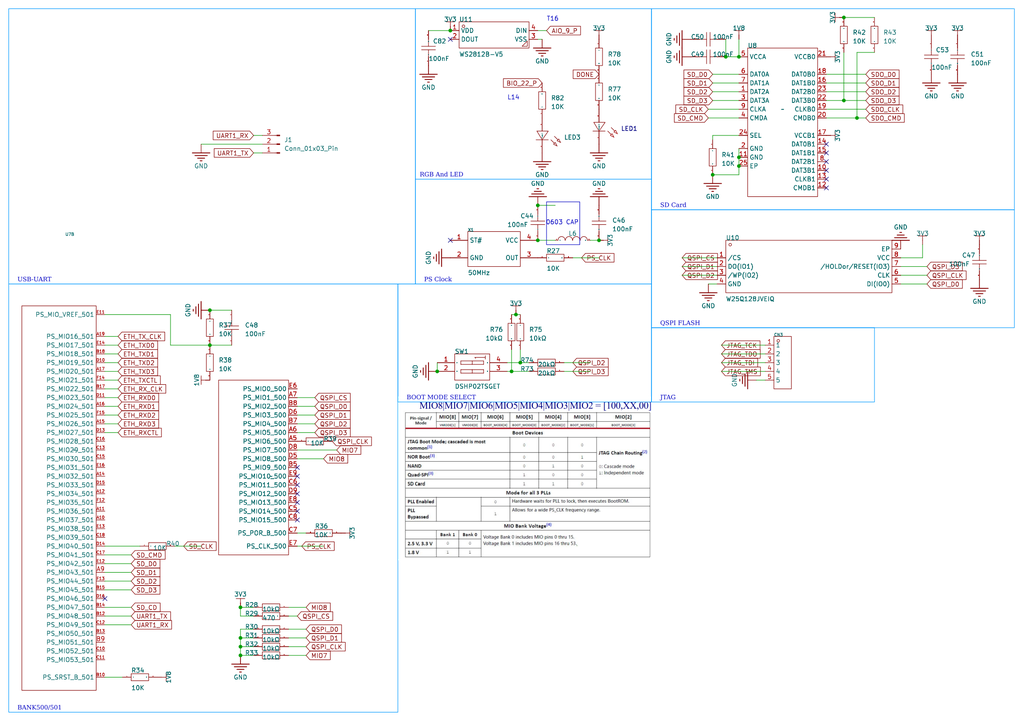
<source format=kicad_sch>
(kicad_sch (version 20231120) (generator "eeschema") (generator_version "8.0")
  (paper "User" 297.434 209.804)
  (lib_symbols
    (symbol "5-Voltage_2" (power) (pin_numbers hide) (pin_names hide)
      (symbol "5-Voltage_2_1_0"
        (pin power_in line (at 0 0 90) (length 1.27) (name "3V3") (number "1"))
      )
    )
    (symbol "Connector:Conn_01x03_Pin" (pin_names (offset 1.016) hide)
      (property "Reference" "J" (at 0 5.08 0))
      (property "Value" "Conn_01x03_Pin" (at 0 -5.08 0))
      (symbol "Conn_01x03_Pin_1_1"
        (pin passive line (at 5.08 2.54 180) (length 3.81) (name "Pin_1") (number "1"))
        (pin passive line (at 5.08 0 180) (length 3.81) (name "Pin_2") (number "2"))
        (pin passive line (at 5.08 -2.54 180) (length 3.81) (name "Pin_3") (number "3"))
      )
    )
    (symbol "Ground-GND_1" (power) (pin_numbers hide) (pin_names hide)
      (property "Value" "GND" (at 0 -6.35 0))
      (symbol "Ground-GND_1_1_0"
        (pin power_in line (at 0 0 270) (length 2.54) (name "") (number "1"))
      )
    )
    (symbol "Power-VCC_1" (power) (pin_numbers hide) (pin_names hide)
      (symbol "Power-VCC_1_1_0"
        (pin power_in line (at 0 0 90) (length 1.27) (name "1V8") (number "1"))
      )
    )
    (symbol "Power-VCC_4" (power) (pin_numbers hide) (pin_names hide)
      (symbol "Power-VCC_4_1_0"
        (pin power_in line (at 0 0 90) (length 1.27) (name "1V8") (number "1"))
      )
    )
    (symbol "ProDocument_ZYNQ7020_V1_2024-04-10:0402WGF2002TCE"
      (property "Reference" "R?" (at 0 0 0))
      (symbol "0402WGF2002TCE_1_0"
        (pin input line (at -5.08 0 0) (length 2.54) (name "1") (number "1"))
        (pin input line (at 5.08 0 180) (length 2.54) (name "2") (number "2"))
      )
    )
    (symbol "ProDocument_ZYNQ7020_V1_2024-04-10:1125-1105G0Z087CR01"
      (property "Reference" "CN?" (at 0 0 0))
      (symbol "1125-1105G0Z087CR01_1_0"
        (pin input line (at -5.08 5.08 0) (length 2.54) (name "1") (number "1"))
        (pin input line (at -5.08 2.54 0) (length 2.54) (name "2") (number "2"))
        (pin input line (at -5.08 0 0) (length 2.54) (name "3") (number "3"))
        (pin input line (at -5.08 -2.54 0) (length 2.54) (name "4") (number "4"))
        (pin input line (at -5.08 -5.08 0) (length 2.54) (name "5") (number "5"))
      )
    )
    (symbol "ProDocument_ZYNQ7020_V1_2024-04-10:5-Voltage" (power) (pin_numbers hide) (pin_names hide)
      (symbol "5-Voltage_1_0"
        (pin power_in line (at 0 0 90) (length 1.27) (name "1V8") (number "1"))
      )
    )
    (symbol "ProDocument_ZYNQ7020_V1_2024-04-10:CapAcitance"
      (symbol "CapAcitance_1_0"
        (pin input line (at -5.08 0 0) (length 2.54) (name "1") (number "1"))
        (pin input line (at 5.08 0 180) (length 2.54) (name "2") (number "2"))
      )
    )
    (symbol "ProDocument_ZYNQ7020_V1_2024-04-10:DSHP02TSGET"
      (property "Reference" "SW?" (at 0 0 0))
      (symbol "DSHP02TSGET_1_0"
        (pin input line (at -10.16 1.27 0) (length 5.08) (name "A1") (number "1"))
        (pin input line (at -10.16 -1.27 0) (length 5.08) (name "A2") (number "2"))
        (pin input line (at 10.16 -1.27 180) (length 5.08) (name "B2") (number "3"))
        (pin input line (at 10.16 1.27 180) (length 5.08) (name "B1") (number "4"))
      )
    )
    (symbol "ProDocument_ZYNQ7020_V1_2024-04-10:Ground-GND" (power) (pin_numbers hide) (pin_names hide)
      (symbol "Ground-GND_1_0"
        (pin power_in line (at 0 0 270) (length 2.54) (name "GND") (number "1"))
      )
    )
    (symbol "ProDocument_ZYNQ7020_V1_2024-04-10:LED_G"
      (symbol "LED_G_1_0"
        (pin input line (at 5.08 0 180) (length 3.81) (name "C") (number "1"))
        (pin input line (at -5.08 0 0) (length 3.81) (name "A") (number "2"))
      )
    )
    (symbol "ProDocument_ZYNQ7020_V1_2024-04-10:LED_R"
      (symbol "LED_R_1_0"
        (pin input line (at 5.08 0 180) (length 3.81) (name "C") (number "1"))
        (pin input line (at -5.08 0 0) (length 3.81) (name "A") (number "2"))
      )
    )
    (symbol "ProDocument_ZYNQ7020_V1_2024-04-10:Power-VCC" (power) (pin_numbers hide) (pin_names hide)
      (symbol "Power-VCC_1_0"
        (pin power_in line (at 0 0 90) (length 1.27) (name "3V3") (number "1"))
      )
    )
    (symbol "ProDocument_ZYNQ7020_V1_2024-04-10:Q33310F70062200"
      (property "Reference" "X?" (at 0 0 0))
      (symbol "Q33310F70062200_1_0"
        (pin input line (at -12.7 2.54 0) (length 5.08) (name "ST#") (number "1"))
        (pin input line (at -12.7 -2.54 0) (length 5.08) (name "GND") (number "2"))
        (pin input line (at 12.7 -2.54 180) (length 5.08) (name "OUT") (number "3"))
        (pin input line (at 12.7 2.54 180) (length 5.08) (name "VCC") (number "4"))
      )
    )
    (symbol "ProDocument_ZYNQ7020_V1_2024-04-10:SDFL1608S100KTF"
      (property "Reference" "L?" (at 0 0 0))
      (symbol "SDFL1608S100KTF_1_0"
        (pin input line (at -5.08 0 0) (length 0.762) (name "1") (number "1"))
        (pin input line (at 5.08 0 180) (length 0.762) (name "2") (number "2"))
      )
    )
    (symbol "ProDocument_ZYNQ7020_V1_2024-04-10:TXS02612RTWR"
      (symbol "TXS02612RTWR_1_0"
        (pin input line (at -12.7 5.08 0) (length 2.54) (name "DAT2A") (number "1"))
        (pin input line (at 12.7 -17.78 180) (length 2.54) (name "DAT3B1") (number "10"))
        (pin input line (at -12.7 -13.97 0) (length 2.54) (name "GND") (number "11"))
        (pin input line (at 12.7 -22.86 180) (length 2.54) (name "CMDB1") (number "12"))
        (pin input line (at 12.7 -20.32 180) (length 2.54) (name "CLKB1") (number "13"))
        (pin input line (at 12.7 -10.16 180) (length 2.54) (name "DAT0B1") (number "14"))
        (pin input line (at 12.7 -12.7 180) (length 2.54) (name "DAT1B1") (number "15"))
        (pin input line (at 12.7 7.62 180) (length 2.54) (name "DAT1B0") (number "16"))
        (pin input line (at 12.7 -7.62 180) (length 2.54) (name "VCCB1") (number "17"))
        (pin input line (at 12.7 10.16 180) (length 2.54) (name "DAT0B0") (number "18"))
        (pin input line (at 12.7 0 180) (length 2.54) (name "CLKB0") (number "19"))
        (pin input line (at -12.7 -11.43 0) (length 2.54) (name "GND") (number "2"))
        (pin input line (at 12.7 -2.54 180) (length 2.54) (name "CMDB0") (number "20"))
        (pin input line (at 12.7 15.24 180) (length 2.54) (name "VCCB0") (number "21"))
        (pin input line (at 12.7 2.54 180) (length 2.54) (name "DAT3B0") (number "22"))
        (pin input line (at 12.7 5.08 180) (length 2.54) (name "DAT2B0") (number "23"))
        (pin input line (at -12.7 -7.62 0) (length 2.54) (name "SEL") (number "24"))
        (pin input line (at -12.7 -16.51 0) (length 2.54) (name "EP") (number "25"))
        (pin input line (at -12.7 2.54 0) (length 2.54) (name "DAT3A") (number "3"))
        (pin input line (at -12.7 -2.54 0) (length 2.54) (name "CMDA") (number "4"))
        (pin input line (at -12.7 15.24 0) (length 2.54) (name "VCCA") (number "5"))
        (pin input line (at -12.7 10.16 0) (length 2.54) (name "DAT0A") (number "6"))
        (pin input line (at -12.7 7.62 0) (length 2.54) (name "DAT1A") (number "7"))
        (pin input line (at 12.7 -15.24 180) (length 2.54) (name "DAT2B1") (number "8"))
        (pin input line (at -12.7 0 0) (length 2.54) (name "CLKA") (number "9"))
      )
    )
    (symbol "ProDocument_ZYNQ7020_V1_2024-04-10:W25Q128JVEIQ"
      (symbol "W25Q128JVEIQ_1_0"
        (pin input line (at -26.67 2.54 0) (length 2.54) (name "/CS") (number "1"))
        (pin input line (at -26.67 0 0) (length 2.54) (name "DO(IO1)") (number "2"))
        (pin input line (at -26.67 -2.54 0) (length 2.54) (name "/WP(IO2)") (number "3"))
        (pin input line (at -26.67 -5.08 0) (length 2.54) (name "GND") (number "4"))
        (pin input line (at 26.67 -5.08 180) (length 2.54) (name "DI(IO0)") (number "5"))
        (pin input line (at 26.67 -2.54 180) (length 2.54) (name "CLK") (number "6"))
        (pin input line (at 26.67 0 180) (length 2.54) (name "/HOLDor/RESET(IO3)") (number "7"))
        (pin input line (at 26.67 2.54 180) (length 2.54) (name "VCC") (number "8"))
        (pin input line (at 26.67 5.08 180) (length 2.54) (name "EP") (number "9"))
      )
    )
    (symbol "ProDocument_ZYNQ7020_V1_2024-04-10:WS2812B-V5"
      (property "Reference" "U?" (at 0 0 0))
      (symbol "WS2812B-V5_1_0"
        (pin input line (at -12.7 2.54 0) (length 2.54) (name "VDD") (number "1"))
        (pin input line (at -12.7 0 0) (length 2.54) (name "DOUT") (number "2"))
        (pin input line (at 12.7 0 180) (length 2.54) (name "VSS") (number "3"))
        (pin input line (at 12.7 2.54 180) (length 2.54) (name "DIN") (number "4"))
      )
    )
    (symbol "ProDocument_ZYNQ7020_V1_2024-04-10:XC7Z010-1CLG400C"
      (property "Reference" "U7" (at 0 62.23 0))
      (property "Value" "~" (at 0 0 0))
      (symbol "XC7Z010-1CLG400C_1_0"
        (pin input line (at 7.62 10.16 180) (length 2.54) (name "PS_MIO6_500") (number "A5"))
        (pin input line (at 7.62 12.7 180) (length 2.54) (name "PS_MIO5_500") (number "A6"))
        (pin input line (at 7.62 22.86 180) (length 2.54) (name "PS_MIO1_500") (number "A7"))
        (pin input line (at 7.62 2.54 180) (length 2.54) (name "PS_MIO9_500") (number "B5"))
        (pin input line (at 7.62 15.24 180) (length 2.54) (name "PS_MIO4_500") (number "B7"))
        (pin input line (at 7.62 20.32 180) (length 2.54) (name "PS_MIO2_500") (number "B8"))
        (pin input line (at 7.62 -10.16 180) (length 2.54) (name "PS_MIO14_500") (number "C5"))
        (pin input line (at 7.62 -2.54 180) (length 2.54) (name "PS_MIO11_500") (number "C6"))
        (pin input line (at 7.62 -16.51 180) (length 2.54) (name "PS_POR_B_500") (number "C7"))
        (pin input line (at 7.62 -12.7 180) (length 2.54) (name "PS_MIO15_500") (number "C8"))
        (pin input line (at 7.62 5.08 180) (length 2.54) (name "PS_MIO8_500") (number "D5"))
        (pin input line (at 7.62 17.78 180) (length 2.54) (name "PS_MIO3_500") (number "D6"))
        (pin input line (at 7.62 7.62 180) (length 2.54) (name "PS_MIO7_500") (number "D8"))
        (pin input line (at 7.62 -5.08 180) (length 2.54) (name "PS_MIO12_500") (number "D9"))
        (pin input line (at 7.62 25.4 180) (length 2.54) (name "PS_MIO0_500") (number "E6"))
        (pin input line (at 7.62 -20.32 180) (length 2.54) (name "PS_CLK_500") (number "E7"))
        (pin input line (at 7.62 -7.62 180) (length 2.54) (name "PS_MIO13_500") (number "E8"))
        (pin input line (at 7.62 0 180) (length 2.54) (name "PS_MIO10_500") (number "E9"))
      )
      (symbol "XC7Z010-1CLG400C_2_0"
        (pin input line (at 8.89 -20.32 180) (length 2.54) (name "PS_MIO37_501") (number "A10"))
        (pin input line (at 8.89 -17.78 180) (length 2.54) (name "PS_MIO36_501") (number "A11"))
        (pin input line (at 8.89 -12.7 180) (length 2.54) (name "PS_MIO34_501") (number "A12"))
        (pin input line (at 8.89 -7.62 180) (length 2.54) (name "PS_MIO32_501") (number "A14"))
        (pin input line (at 8.89 7.62 180) (length 2.54) (name "PS_MIO26_501") (number "A15"))
        (pin input line (at 8.89 12.7 180) (length 2.54) (name "PS_MIO24_501") (number "A16"))
        (pin input line (at 8.89 22.86 180) (length 2.54) (name "PS_MIO20_501") (number "A17"))
        (pin input line (at 8.89 33.02 180) (length 2.54) (name "PS_MIO16_501") (number "A19"))
        (pin input line (at 8.89 -35.56 180) (length 2.54) (name "PS_MIO43_501") (number "A9"))
        (pin input line (at 8.89 -66.04 180) (length 2.54) (name "PS_SRST_B_501") (number "B10"))
        (pin input line (at 8.89 -48.26 180) (length 2.54) (name "PS_MIO48_501") (number "B12"))
        (pin input line (at 8.89 -53.34 180) (length 2.54) (name "PS_MIO50_501") (number "B13"))
        (pin input line (at 8.89 -45.72 180) (length 2.54) (name "PS_MIO47_501") (number "B14"))
        (pin input line (at 8.89 -40.64 180) (length 2.54) (name "PS_MIO45_501") (number "B15"))
        (pin input line (at 8.89 17.78 180) (length 2.54) (name "PS_MIO22_501") (number "B17"))
        (pin input line (at 8.89 27.94 180) (length 2.54) (name "PS_MIO18_501") (number "B18"))
        (pin input line (at 8.89 -55.88 180) (length 2.54) (name "PS_MIO51_501") (number "B9"))
        (pin input line (at 8.89 -58.42 180) (length 2.54) (name "PS_MIO52_501") (number "C10"))
        (pin input line (at 8.89 -60.96 180) (length 2.54) (name "PS_MIO53_501") (number "C11"))
        (pin input line (at 8.89 -50.8 180) (length 2.54) (name "PS_MIO49_501") (number "C12"))
        (pin input line (at 8.89 0 180) (length 2.54) (name "PS_MIO29_501") (number "C13"))
        (pin input line (at 8.89 -2.54 180) (length 2.54) (name "PS_MIO30_501") (number "C15"))
        (pin input line (at 8.89 2.54 180) (length 2.54) (name "PS_MIO28_501") (number "C16"))
        (pin input line (at 8.89 -30.48 180) (length 2.54) (name "PS_MIO41_501") (number "C17"))
        (pin input line (at 8.89 -25.4 180) (length 2.54) (name "PS_MIO39_501") (number "C18"))
        (pin input line (at 8.89 25.4 180) (length 2.54) (name "PS_MIO19_501") (number "D10"))
        (pin input line (at 8.89 15.24 180) (length 2.54) (name "PS_MIO23_501") (number "D11"))
        (pin input line (at 8.89 5.08 180) (length 2.54) (name "PS_MIO27_501") (number "D13"))
        (pin input line (at 8.89 -27.94 180) (length 2.54) (name "PS_MIO40_501") (number "D14"))
        (pin input line (at 8.89 -10.16 180) (length 2.54) (name "PS_MIO33_501") (number "D15"))
        (pin input line (at 8.89 -43.18 180) (length 2.54) (name "PS_MIO46_501") (number "D16"))
        (pin input line (at 8.89 39.37 180) (length 2.54) (name "PS_MIO_VREF_501") (number "E11"))
        (pin input line (at 8.89 -33.02 180) (length 2.54) (name "PS_MIO42_501") (number "E12"))
        (pin input line (at 8.89 -22.86 180) (length 2.54) (name "PS_MIO38_501") (number "E13"))
        (pin input line (at 8.89 30.48 180) (length 2.54) (name "PS_MIO17_501") (number "E14"))
        (pin input line (at 8.89 -5.08 180) (length 2.54) (name "PS_MIO31_501") (number "E16"))
        (pin input line (at 8.89 -15.24 180) (length 2.54) (name "PS_MIO35_501") (number "F12"))
        (pin input line (at 8.89 -38.1 180) (length 2.54) (name "PS_MIO44_501") (number "F13"))
        (pin input line (at 8.89 20.32 180) (length 2.54) (name "PS_MIO21_501") (number "F14"))
        (pin input line (at 8.89 10.16 180) (length 2.54) (name "PS_MIO25_501") (number "F15"))
      )
      (symbol "XC7Z010-1CLG400C_3_0"
        (pin input line (at -26.67 34.29 0) (length 2.54) (name "RSVDGND") (number "F10"))
        (pin input line (at -26.67 46.99 0) (length 2.54) (name "VCCBATT_0") (number "F11"))
        (pin input line (at -26.67 21.59 0) (length 2.54) (name "TDO_0") (number "F6"))
        (pin input line (at -26.67 44.45 0) (length 2.54) (name "TCK_0") (number "F9"))
        (pin input line (at -26.67 24.13 0) (length 2.54) (name "TDI_0") (number "G6"))
        (pin input line (at -26.67 57.15 0) (length 2.54) (name "GNDADC_0") (number "J10"))
        (pin input line (at -26.67 11.43 0) (length 2.54) (name "TMS_0") (number "J6"))
        (pin input line (at -26.67 54.61 0) (length 2.54) (name "VCCADC_0") (number "J9"))
        (pin input line (at -26.67 39.37 0) (length 2.54) (name "VREFN_0") (number "K10"))
        (pin input line (at -26.67 36.83 0) (length 2.54) (name "VP_0") (number "K9"))
        (pin input line (at -26.67 49.53 0) (length 2.54) (name "VN_0") (number "L10"))
        (pin input line (at -26.67 13.97 0) (length 2.54) (name "PROGRAM_B_0") (number "L6"))
        (pin input line (at -26.67 52.07 0) (length 2.54) (name "VREFP_0") (number "L9"))
        (pin input line (at -26.67 41.91 0) (length 2.54) (name "DXN_0") (number "M10"))
        (pin input line (at -26.67 16.51 0) (length 2.54) (name "CFGBVS_0") (number "M6"))
        (pin input line (at -26.67 59.69 0) (length 2.54) (name "DXP_0") (number "M9"))
        (pin input line (at 27.94 48.26 180) (length 2.54) (name "IO_L23P_T3_34") (number "N17"))
        (pin input line (at 27.94 -2.54 180) (length 2.54) (name "IO_L13P_T2_MRCC_34") (number "N18"))
        (pin input line (at 27.94 2.54 180) (length 2.54) (name "IO_L14P_T2_SRCC_34") (number "N20"))
        (pin input line (at -26.67 31.75 0) (length 2.54) (name "RSVDVCC3") (number "N6"))
        (pin input line (at 27.94 -38.1 180) (length 2.54) (name "IO_L6P_T0_34") (number "P14"))
        (pin input line (at 27.94 53.34 180) (length 2.54) (name "IO_L24P_T3_34") (number "P15"))
        (pin input line (at 27.94 55.88 180) (length 2.54) (name "IO_L24N_T3_34") (number "P16"))
        (pin input line (at 27.94 50.8 180) (length 2.54) (name "IO_L23N_T3_34") (number "P18"))
        (pin input line (at 27.94 0 180) (length 2.54) (name "IO_L13N_T2_MRCC_34") (number "P19"))
        (pin input line (at 27.94 5.08 180) (length 2.54) (name "IO_L14N_T2_SRCC_34") (number "P20"))
        (pin input line (at -26.67 26.67 0) (length 2.54) (name "INIT_B_0") (number "R10"))
        (pin input line (at -26.67 62.23 0) (length 2.54) (name "DONE_0") (number "R11"))
        (pin input line (at 27.94 -35.56 180) (length 2.54) (name "IO_L6N_T0_VREF_34") (number "R14"))
        (pin input line (at 27.94 27.94 180) (length 2.54) (name "IO_L19P_T3_34") (number "R16"))
        (pin input line (at 27.94 30.48 180) (length 2.54) (name "IO_L19N_T3_VREF_34") (number "R17"))
        (pin input line (at 27.94 35.56 180) (length 2.54) (name "IO_L20N_T3_34") (number "R18"))
        (pin input line (at -26.67 -54.61 0) (length 2.54) (name "IO_0_34") (number "R19"))
        (pin input line (at -26.67 29.21 0) (length 2.54) (name "RSVDVCC2") (number "R6"))
        (pin input line (at -26.67 -59.69 0) (length 2.54) (name "IO_L1N_T0_34") (number "T10"))
        (pin input line (at -26.67 -57.15 0) (length 2.54) (name "IO_L1P_T0_34") (number "T11"))
        (pin input line (at 27.94 -58.42 180) (length 2.54) (name "IO_L2P_T0_34") (number "T12"))
        (pin input line (at 27.94 -43.18 180) (length 2.54) (name "IO_L5P_T0_34") (number "T14"))
        (pin input line (at 27.94 -40.64 180) (length 2.54) (name "IO_L5N_T0_34") (number "T15"))
        (pin input line (at 27.94 -22.86 180) (length 2.54) (name "IO_L9P_T1_DQS_34") (number "T16"))
        (pin input line (at 27.94 33.02 180) (length 2.54) (name "IO_L20P_T3_34") (number "T17"))
        (pin input line (at 27.94 58.42 180) (length 2.54) (name "IO_25_34") (number "T19"))
        (pin input line (at 27.94 7.62 180) (length 2.54) (name "IO_L15P_T2_DQS_34") (number "T20"))
        (pin input line (at -26.67 -34.29 0) (length 2.54) (name "NC") (number "T5"))
        (pin input line (at -26.67 19.05 0) (length 2.54) (name "RSVDVCC1") (number "T6"))
        (pin input line (at -26.67 1.27 0) (length 2.54) (name "NC") (number "T9"))
        (pin input line (at -26.67 -1.27 0) (length 2.54) (name "NC") (number "U10"))
        (pin input line (at 27.94 -55.88 180) (length 2.54) (name "IO_L2N_T0_34") (number "U12"))
        (pin input line (at 27.94 -53.34 180) (length 2.54) (name "IO_L3P_T0_DQS_PUDC_B_34") (number "U13"))
        (pin input line (at 27.94 -12.7 180) (length 2.54) (name "IO_L11P_T1_SRCC_34") (number "U14"))
        (pin input line (at 27.94 -10.16 180) (length 2.54) (name "IO_L11N_T1_SRCC_34") (number "U15"))
        (pin input line (at 27.94 -20.32 180) (length 2.54) (name "IO_L9N_T1_DQS_34") (number "U17"))
        (pin input line (at 27.94 -7.62 180) (length 2.54) (name "IO_L12P_T1_MRCC_34") (number "U18"))
        (pin input line (at 27.94 -5.08 180) (length 2.54) (name "IO_L12N_T1_MRCC_34") (number "U19"))
        (pin input line (at 27.94 10.16 180) (length 2.54) (name "IO_L15N_T2_DQS_34") (number "U20"))
        (pin input line (at -26.67 -36.83 0) (length 2.54) (name "NC") (number "U5"))
        (pin input line (at -26.67 6.35 0) (length 2.54) (name "NC") (number "U7"))
        (pin input line (at -26.67 -26.67 0) (length 2.54) (name "NC") (number "U8"))
        (pin input line (at -26.67 -24.13 0) (length 2.54) (name "NC") (number "U9"))
        (pin input line (at -26.67 -46.99 0) (length 2.54) (name "NC") (number "V10"))
        (pin input line (at -26.67 -44.45 0) (length 2.54) (name "NC") (number "V11"))
        (pin input line (at 27.94 -48.26 180) (length 2.54) (name "IO_L4P_T0_34") (number "V12"))
        (pin input line (at 27.94 -50.8 180) (length 2.54) (name "IO_L3N_T0_DQS_34") (number "V13"))
        (pin input line (at 27.94 -17.78 180) (length 2.54) (name "IO_L10P_T1_34") (number "V15"))
        (pin input line (at 27.94 22.86 180) (length 2.54) (name "IO_L18P_T2_34") (number "V16"))
        (pin input line (at 27.94 38.1 180) (length 2.54) (name "IO_L21P_T3_DQS_34") (number "V17"))
        (pin input line (at 27.94 40.64 180) (length 2.54) (name "IO_L21N_T3_DQS_34") (number "V18"))
        (pin input line (at 27.94 12.7 180) (length 2.54) (name "IO_L16P_T2_34") (number "V20"))
        (pin input line (at -26.67 8.89 0) (length 2.54) (name "NC") (number "V5"))
        (pin input line (at -26.67 -49.53 0) (length 2.54) (name "NC") (number "V6"))
        (pin input line (at -26.67 3.81 0) (length 2.54) (name "NC") (number "V7"))
        (pin input line (at -26.67 -13.97 0) (length 2.54) (name "NC") (number "V8"))
        (pin input line (at -26.67 -19.05 0) (length 2.54) (name "NC") (number "W10"))
        (pin input line (at -26.67 -29.21 0) (length 2.54) (name "NC") (number "W11"))
        (pin input line (at 27.94 -45.72 180) (length 2.54) (name "IO_L4N_T0_34") (number "W13"))
        (pin input line (at 27.94 -27.94 180) (length 2.54) (name "IO_L8P_T1_34") (number "W14"))
        (pin input line (at 27.94 -15.24 180) (length 2.54) (name "IO_L10N_T1_34") (number "W15"))
        (pin input line (at 27.94 25.4 180) (length 2.54) (name "IO_L18N_T2_34") (number "W16"))
        (pin input line (at 27.94 43.18 180) (length 2.54) (name "IO_L22P_T3_34") (number "W18"))
        (pin input line (at 27.94 45.72 180) (length 2.54) (name "IO_L22N_T3_34") (number "W19"))
        (pin input line (at 27.94 15.24 180) (length 2.54) (name "IO_L16N_T2_34") (number "W20"))
        (pin input line (at -26.67 -52.07 0) (length 2.54) (name "NC") (number "W6"))
        (pin input line (at -26.67 -16.51 0) (length 2.54) (name "NC") (number "W8"))
        (pin input line (at -26.67 -21.59 0) (length 2.54) (name "NC") (number "W9"))
        (pin input line (at -26.67 -31.75 0) (length 2.54) (name "NC") (number "Y11"))
        (pin input line (at -26.67 -39.37 0) (length 2.54) (name "NC") (number "Y12"))
        (pin input line (at -26.67 -41.91 0) (length 2.54) (name "NC") (number "Y13"))
        (pin input line (at 27.94 -25.4 180) (length 2.54) (name "IO_L8N_T1_34") (number "Y14"))
        (pin input line (at 27.94 -33.02 180) (length 2.54) (name "IO_L7P_T1_34") (number "Y16"))
        (pin input line (at 27.94 -30.48 180) (length 2.54) (name "IO_L7N_T1_34") (number "Y17"))
        (pin input line (at 27.94 17.78 180) (length 2.54) (name "IO_L17P_T2_34") (number "Y18"))
        (pin input line (at 27.94 20.32 180) (length 2.54) (name "IO_L17N_T2_34") (number "Y19"))
        (pin input line (at -26.67 -6.35 0) (length 2.54) (name "NC") (number "Y6"))
        (pin input line (at -26.67 -3.81 0) (length 2.54) (name "NC") (number "Y7"))
        (pin input line (at -26.67 -11.43 0) (length 2.54) (name "NC") (number "Y8"))
        (pin input line (at -26.67 -8.89 0) (length 2.54) (name "NC") (number "Y9"))
      )
      (symbol "XC7Z010-1CLG400C_4_0"
        (pin input line (at -40.64 52.07 0) (length 2.54) (name "IO_L2N_T0_AD8N_35") (number "A20"))
        (pin input line (at -40.64 54.61 0) (length 2.54) (name "IO_L2P_T0_AD8P_35") (number "B19"))
        (pin input line (at -40.64 57.15 0) (length 2.54) (name "IO_L1N_T0_AD0N_35") (number "B20"))
        (pin input line (at -40.64 59.69 0) (length 2.54) (name "IO_L1P_T0_AD0P_35") (number "C20"))
        (pin input line (at -40.64 46.99 0) (length 2.54) (name "IO_L3N_T0_DQS_AD1N_35") (number "D18"))
        (pin input line (at -40.64 44.45 0) (length 2.54) (name "IO_L4P_T0_35") (number "D19"))
        (pin input line (at -40.64 41.91 0) (length 2.54) (name "IO_L4N_T0_35") (number "D20"))
        (pin input line (at -40.64 49.53 0) (length 2.54) (name "IO_L3P_T0_DQS_AD1P_35") (number "E17"))
        (pin input line (at -40.64 39.37 0) (length 2.54) (name "IO_L5P_T0_AD9P_35") (number "E18"))
        (pin input line (at -40.64 36.83 0) (length 2.54) (name "IO_L5N_T0_AD9N_35") (number "E19"))
        (pin input line (at -40.64 34.29 0) (length 2.54) (name "IO_L6P_T0_35") (number "F16"))
        (pin input line (at -40.64 31.75 0) (length 2.54) (name "IO_L6N_T0_VREF_35") (number "F17"))
        (pin input line (at -40.64 -11.43 0) (length 2.54) (name "IO_L15P_T2_DQS_AD12P_35") (number "F19"))
        (pin input line (at -40.64 -13.97 0) (length 2.54) (name "IO_L15N_T2_DQS_AD12N_35") (number "F20"))
        (pin input line (at -40.64 -64.77 0) (length 2.54) (name "IO_0_35") (number "G14"))
        (pin input line (at -40.64 -34.29 0) (length 2.54) (name "IO_L19N_T3_VREF_35") (number "G15"))
        (pin input line (at -40.64 -16.51 0) (length 2.54) (name "IO_L16P_T2_35") (number "G17"))
        (pin input line (at -40.64 -19.05 0) (length 2.54) (name "IO_L16N_T2_35") (number "G18"))
        (pin input line (at -40.64 -26.67 0) (length 2.54) (name "IO_L18P_T2_AD13P_35") (number "G19"))
        (pin input line (at -40.64 -29.21 0) (length 2.54) (name "IO_L18N_T2_AD13N_35") (number "G20"))
        (pin input line (at -40.64 -31.75 0) (length 2.54) (name "IO_L19P_T3_35") (number "H15"))
        (pin input line (at -40.64 -1.27 0) (length 2.54) (name "IO_L13P_T2_MRCC_35") (number "H16"))
        (pin input line (at -40.64 -3.81 0) (length 2.54) (name "IO_L13N_T2_MRCC_35") (number "H17"))
        (pin input line (at -40.64 -8.89 0) (length 2.54) (name "IO_L14N_T2_AD4N_SRCC_35") (number "H18"))
        (pin input line (at -40.64 -24.13 0) (length 2.54) (name "IO_L17N_T2_AD5N_35") (number "H20"))
        (pin input line (at -40.64 -39.37 0) (length 2.54) (name "IO_L20N_T3_AD6N_35") (number "J14"))
        (pin input line (at -40.64 -62.23 0) (length 2.54) (name "IO_25_35") (number "J15"))
        (pin input line (at -40.64 -59.69 0) (length 2.54) (name "IO_L24N_T3_AD15N_35") (number "J16"))
        (pin input line (at -40.64 -6.35 0) (length 2.54) (name "IO_L14P_T2_AD4P_SRCC_35") (number "J18"))
        (pin input line (at -40.64 11.43 0) (length 2.54) (name "IO_L10N_T1_AD11N_35") (number "J19"))
        (pin input line (at -40.64 -21.59 0) (length 2.54) (name "IO_L17P_T2_AD5P_35") (number "J20"))
        (pin input line (at -40.64 -36.83 0) (length 2.54) (name "IO_L20P_T3_AD6P_35") (number "K14"))
        (pin input line (at -40.64 -57.15 0) (length 2.54) (name "IO_L24P_T3_AD15P_35") (number "K16"))
        (pin input line (at -40.64 3.81 0) (length 2.54) (name "IO_L12P_T1_MRCC_35") (number "K17"))
        (pin input line (at -40.64 1.27 0) (length 2.54) (name "IO_L12N_T1_MRCC_35") (number "K18"))
        (pin input line (at -40.64 13.97 0) (length 2.54) (name "IO_L10P_T1_AD11P_35") (number "K19"))
        (pin input line (at -40.64 -46.99 0) (length 2.54) (name "IO_L22P_T3_AD7P_35") (number "L14"))
        (pin input line (at -40.64 -49.53 0) (length 2.54) (name "IO_L22N_T3_AD7N_35") (number "L15"))
        (pin input line (at -40.64 8.89 0) (length 2.54) (name "IO_L11P_T1_SRCC_35") (number "L16"))
        (pin input line (at -40.64 6.35 0) (length 2.54) (name "IO_L11N_T1_SRCC_35") (number "L17"))
        (pin input line (at -40.64 19.05 0) (length 2.54) (name "IO_L9P_T1_DQS_AD3P_35") (number "L19"))
        (pin input line (at -40.64 16.51 0) (length 2.54) (name "IO_L9N_T1_DQS_AD3N_35") (number "L20"))
        (pin input line (at -40.64 -52.07 0) (length 2.54) (name "IO_L23P_T3_35") (number "M14"))
        (pin input line (at -40.64 -54.61 0) (length 2.54) (name "IO_L23N_T3_35") (number "M15"))
        (pin input line (at -40.64 24.13 0) (length 2.54) (name "IO_L8P_T1_AD10P_35") (number "M17"))
        (pin input line (at -40.64 21.59 0) (length 2.54) (name "IO_L8N_T1_AD10N_35") (number "M18"))
        (pin input line (at -40.64 29.21 0) (length 2.54) (name "IO_L7P_T1_AD2P_35") (number "M19"))
        (pin input line (at -40.64 26.67 0) (length 2.54) (name "IO_L7N_T1_AD2N_35") (number "M20"))
        (pin input line (at -40.64 -41.91 0) (length 2.54) (name "IO_L21P_T3_DQS_AD14P_35") (number "N15"))
        (pin input line (at -40.64 -44.45 0) (length 2.54) (name "IO_L21N_T3_DQS_AD14N_35") (number "N16"))
      )
      (symbol "XC7Z010-1CLG400C_5_0"
        (pin input line (at -35.56 6.35 0) (length 2.54) (name "PS_DDR_DM0_502") (number "A1"))
        (pin input line (at -35.56 11.43 0) (length 2.54) (name "PS_DDR_DQ2_502") (number "A2"))
        (pin input line (at -35.56 8.89 0) (length 2.54) (name "PS_DDR_DQ3_502") (number "A4"))
        (pin input line (at -35.56 1.27 0) (length 2.54) (name "PS_DDR_DQS_N0_502") (number "B2"))
        (pin input line (at -35.56 13.97 0) (length 2.54) (name "PS_DDR_DQ1_502") (number "B3"))
        (pin input line (at -35.56 19.05 0) (length 2.54) (name "PS_DDR_DRST_B_502") (number "B4"))
        (pin input line (at -35.56 -6.35 0) (length 2.54) (name "PS_DDR_DQ6_502") (number "C1"))
        (pin input line (at -35.56 3.81 0) (length 2.54) (name "PS_DDR_DQS_P0_502") (number "C2"))
        (pin input line (at -35.56 16.51 0) (length 2.54) (name "PS_DDR_DQ0_502") (number "C3"))
        (pin input line (at -35.56 -3.81 0) (length 2.54) (name "PS_DDR_DQ5_502") (number "D1"))
        (pin input line (at -35.56 -1.27 0) (length 2.54) (name "PS_DDR_DQ4_502") (number "D3"))
        (pin input line (at -35.56 -41.91 0) (length 2.54) (name "PS_DDR_A13_502") (number "D4"))
        (pin input line (at -35.56 -8.89 0) (length 2.54) (name "PS_DDR_DQ7_502") (number "E1"))
        (pin input line (at -35.56 -11.43 0) (length 2.54) (name "PS_DDR_DQ8_502") (number "E2"))
        (pin input line (at -35.56 -13.97 0) (length 2.54) (name "PS_DDR_DQ9_502") (number "E3"))
        (pin input line (at -35.56 -44.45 0) (length 2.54) (name "PS_DDR_A12_502") (number "E4"))
        (pin input line (at -35.56 -21.59 0) (length 2.54) (name "PS_DDR_DM1_502") (number "F1"))
        (pin input line (at -35.56 -26.67 0) (length 2.54) (name "PS_DDR_DQS_N1_502") (number "F2"))
        (pin input line (at -35.56 -39.37 0) (length 2.54) (name "PS_DDR_A14_502") (number "F4"))
        (pin input line (at -35.56 -49.53 0) (length 2.54) (name "PS_DDR_A10_502") (number "F5"))
        (pin input line (at -35.56 -24.13 0) (length 2.54) (name "PS_DDR_DQS_P1_502") (number "G2"))
        (pin input line (at -35.56 -16.51 0) (length 2.54) (name "PS_DDR_DQ10_502") (number "G3"))
        (pin input line (at -35.56 -46.99 0) (length 2.54) (name "PS_DDR_A11_502") (number "G4"))
        (pin input line (at 33.02 -40.64 180) (length 2.54) (name "PS_DDR_VRN_502") (number "G5"))
        (pin input line (at -35.56 -34.29 0) (length 2.54) (name "PS_DDR_DQ14_502") (number "H1"))
        (pin input line (at -35.56 -31.75 0) (length 2.54) (name "PS_DDR_DQ13_502") (number "H2"))
        (pin input line (at -35.56 -19.05 0) (length 2.54) (name "PS_DDR_DQ11_502") (number "H3"))
        (pin input line (at 33.02 -38.1 180) (length 2.54) (name "PS_DDR_VRP_502") (number "H5"))
        (pin input line (at -35.56 -36.83 0) (length 2.54) (name "PS_DDR_DQ15_502") (number "J1"))
        (pin input line (at -35.56 -29.21 0) (length 2.54) (name "PS_DDR_DQ12_502") (number "J3"))
        (pin input line (at -35.56 -52.07 0) (length 2.54) (name "PS_DDR_A9_502") (number "J4"))
        (pin input line (at 33.02 -22.86 180) (length 2.54) (name "PS_DDR_BA2_502") (number "J5"))
        (pin input line (at -35.56 -54.61 0) (length 2.54) (name "PS_DDR_A8_502") (number "K1"))
        (pin input line (at 33.02 -27.94 180) (length 2.54) (name "PS_DDR_A1_502") (number "K2"))
        (pin input line (at 33.02 -43.18 180) (length 2.54) (name "PS_DDR_A3_502") (number "K3"))
        (pin input line (at 33.02 -53.34 180) (length 2.54) (name "PS_DDR_A7_502") (number "K4"))
        (pin input line (at 33.02 -48.26 180) (length 2.54) (name "PS_DDR_A5_502") (number "L1"))
        (pin input line (at 33.02 -35.56 180) (length 2.54) (name "PS_DDR_CKP_502") (number "L2"))
        (pin input line (at 33.02 -50.8 180) (length 2.54) (name "PS_DDR_A6_502") (number "L4"))
        (pin input line (at 33.02 -17.78 180) (length 2.54) (name "PS_DDR_BA0_502") (number "L5"))
        (pin input line (at 33.02 -33.02 180) (length 2.54) (name "PS_DDR_CKN_502") (number "M2"))
        (pin input line (at 33.02 -30.48 180) (length 2.54) (name "PS_DDR_A2_502") (number "M3"))
        (pin input line (at 33.02 -45.72 180) (length 2.54) (name "PS_DDR_A4_502") (number "M4"))
        (pin input line (at 33.02 -7.62 180) (length 2.54) (name "PS_DDR_WE_B_502") (number "M5"))
        (pin input line (at 33.02 -12.7 180) (length 2.54) (name "PS_DDR_CS_B_502") (number "N1"))
        (pin input line (at 33.02 -25.4 180) (length 2.54) (name "PS_DDR_A0_502") (number "N2"))
        (pin input line (at 33.02 -10.16 180) (length 2.54) (name "PS_DDR_CKE_502") (number "N3"))
        (pin input line (at 33.02 -15.24 180) (length 2.54) (name "PS_DDR_ODT_502") (number "N5"))
        (pin input line (at 33.02 0 180) (length 2.54) (name "PS_DDR_DQ16_502") (number "P1"))
        (pin input line (at 33.02 2.54 180) (length 2.54) (name "PS_DDR_DQ17_502") (number "P3"))
        (pin input line (at 33.02 -2.54 180) (length 2.54) (name "PS_DDR_RAS_B_502") (number "P4"))
        (pin input line (at 33.02 -5.08 180) (length 2.54) (name "PS_DDR_CAS_B_502") (number "P5"))
        (pin input line (at 33.02 7.62 180) (length 2.54) (name "PS_DDR_DQ19_502") (number "R1"))
        (pin input line (at 33.02 12.7 180) (length 2.54) (name "PS_DDR_DQS_P2_502") (number "R2"))
        (pin input line (at 33.02 5.08 180) (length 2.54) (name "PS_DDR_DQ18_502") (number "R3"))
        (pin input line (at 33.02 -20.32 180) (length 2.54) (name "PS_DDR_BA1_502") (number "R4"))
        (pin input line (at 33.02 10.16 180) (length 2.54) (name "PS_DDR_DM2_502") (number "T1"))
        (pin input line (at 33.02 15.24 180) (length 2.54) (name "PS_DDR_DQS_N2_502") (number "T2"))
        (pin input line (at 33.02 17.78 180) (length 2.54) (name "PS_DDR_DQ20_502") (number "T4"))
        (pin input line (at 33.02 22.86 180) (length 2.54) (name "PS_DDR_DQ22_502") (number "U2"))
        (pin input line (at 33.02 25.4 180) (length 2.54) (name "PS_DDR_DQ23_502") (number "U3"))
        (pin input line (at 33.02 20.32 180) (length 2.54) (name "PS_DDR_DQ21_502") (number "U4"))
        (pin input line (at 33.02 27.94 180) (length 2.54) (name "PS_DDR_DQ24_502") (number "V1"))
        (pin input line (at 33.02 40.64 180) (length 2.54) (name "PS_DDR_DQ30_502") (number "V2"))
        (pin input line (at 33.02 48.26 180) (length 2.54) (name "PS_DDR_DQ31_502") (number "V3"))
        (pin input line (at 33.02 33.02 180) (length 2.54) (name "PS_DDR_DQ26_502") (number "W1"))
        (pin input line (at 33.02 50.8 180) (length 2.54) (name "PS_DDR_DQ29_502") (number "W3"))
        (pin input line (at 33.02 45.72 180) (length 2.54) (name "PS_DDR_DQS_N3_502") (number "W4"))
        (pin input line (at 33.02 53.34 180) (length 2.54) (name "PS_DDR_DQS_P3_502") (number "W5"))
        (pin input line (at 33.02 38.1 180) (length 2.54) (name "PS_DDR_DM3_502") (number "Y1"))
        (pin input line (at 33.02 43.18 180) (length 2.54) (name "PS_DDR_DQ28_502") (number "Y2"))
        (pin input line (at 33.02 30.48 180) (length 2.54) (name "PS_DDR_DQ25_502") (number "Y3"))
        (pin input line (at 33.02 35.56 180) (length 2.54) (name "PS_DDR_DQ27_502") (number "Y4"))
      )
      (symbol "XC7Z010-1CLG400C_6_0"
        (pin input line (at 22.86 63.5 180) (length 2.54) (name "VCCO_MIO1_501") (number "A13"))
        (pin input line (at -22.86 74.93 0) (length 2.54) (name "GND") (number "A18"))
        (pin input line (at 22.86 2.54 180) (length 2.54) (name "VCCO_DDR_502") (number "A3"))
        (pin input line (at -22.86 77.47 0) (length 2.54) (name "GND") (number "A8"))
        (pin input line (at -22.86 72.39 0) (length 2.54) (name "GND") (number "B1"))
        (pin input line (at -22.86 69.85 0) (length 2.54) (name "GND") (number "B11"))
        (pin input line (at 22.86 66.04 180) (length 2.54) (name "VCCO_MIO1_501") (number "B16"))
        (pin input line (at 22.86 58.42 180) (length 2.54) (name "VCCO_MIO0_500") (number "B6"))
        (pin input line (at -22.86 64.77 0) (length 2.54) (name "GND") (number "C14"))
        (pin input line (at 22.86 -17.78 180) (length 2.54) (name "VCCO_35") (number "C19"))
        (pin input line (at -22.86 67.31 0) (length 2.54) (name "GND") (number "C4"))
        (pin input line (at -22.86 13.97 0) (length 2.54) (name "GND") (number "C9"))
        (pin input line (at 22.86 68.58 180) (length 2.54) (name "VCCO_MIO1_501") (number "D12"))
        (pin input line (at -22.86 59.69 0) (length 2.54) (name "GND") (number "D17"))
        (pin input line (at 22.86 5.08 180) (length 2.54) (name "VCCO_DDR_502") (number "D2"))
        (pin input line (at 22.86 60.96 180) (length 2.54) (name "VCCO_MIO0_500") (number "D7"))
        (pin input line (at -22.86 57.15 0) (length 2.54) (name "GND") (number "E10"))
        (pin input line (at 22.86 71.12 180) (length 2.54) (name "VCCO_MIO1_501") (number "E15"))
        (pin input line (at -22.86 54.61 0) (length 2.54) (name "GND") (number "E20"))
        (pin input line (at 22.86 7.62 180) (length 2.54) (name "VCCO_DDR_502") (number "E5"))
        (pin input line (at 22.86 -15.24 180) (length 2.54) (name "VCCO_35") (number "F18"))
        (pin input line (at -22.86 52.07 0) (length 2.54) (name "GND") (number "F3"))
        (pin input line (at -22.86 49.53 0) (length 2.54) (name "GND") (number "F7"))
        (pin input line (at 22.86 33.02 180) (length 2.54) (name "VCCPAUX") (number "F8"))
        (pin input line (at 22.86 10.16 180) (length 2.54) (name "VCCO_DDR_502") (number "G1"))
        (pin input line (at -22.86 46.99 0) (length 2.54) (name "GND") (number "G10"))
        (pin input line (at 22.86 -2.54 180) (length 2.54) (name "VCCBRAM") (number "G11"))
        (pin input line (at -22.86 44.45 0) (length 2.54) (name "GND") (number "G12"))
        (pin input line (at -22.86 -72.39 0) (length 2.54) (name "VCCINT") (number "G13"))
        (pin input line (at -22.86 41.91 0) (length 2.54) (name "GND") (number "G16"))
        (pin input line (at 22.86 43.18 180) (length 2.54) (name "VCCPINT") (number "G7"))
        (pin input line (at 22.86 27.94 180) (length 2.54) (name "VCCPLL") (number "G8"))
        (pin input line (at 22.86 30.48 180) (length 2.54) (name "VCCPAUX") (number "G9"))
        (pin input line (at 22.86 0 180) (length 2.54) (name "VCCBRAM") (number "H10"))
        (pin input line (at -22.86 34.29 0) (length 2.54) (name "GND") (number "H11"))
        (pin input line (at -22.86 -74.93 0) (length 2.54) (name "VCCINT") (number "H12"))
        (pin input line (at -22.86 31.75 0) (length 2.54) (name "GND") (number "H13"))
        (pin input line (at 22.86 -12.7 180) (length 2.54) (name "VCCO_35") (number "H14"))
        (pin input line (at -22.86 29.21 0) (length 2.54) (name "GND") (number "H19"))
        (pin input line (at 22.86 12.7 180) (length 2.54) (name "VCCO_DDR_502") (number "H4"))
        (pin input line (at 22.86 73.66 180) (length 2.54) (name "PS_DDR_VREF0_502") (number "H6"))
        (pin input line (at -22.86 39.37 0) (length 2.54) (name "GND") (number "H7"))
        (pin input line (at 22.86 35.56 180) (length 2.54) (name "VCCPAUX") (number "H8"))
        (pin input line (at -22.86 36.83 0) (length 2.54) (name "GND") (number "H9"))
        (pin input line (at 22.86 -60.96 180) (length 2.54) (name "VCCAUX") (number "J11"))
        (pin input line (at -22.86 21.59 0) (length 2.54) (name "GND") (number "J12"))
        (pin input line (at -22.86 -77.47 0) (length 2.54) (name "VCCINT") (number "J13"))
        (pin input line (at 22.86 -10.16 180) (length 2.54) (name "VCCO_35") (number "J17"))
        (pin input line (at -22.86 26.67 0) (length 2.54) (name "GND") (number "J2"))
        (pin input line (at 22.86 45.72 180) (length 2.54) (name "VCCPINT") (number "J7"))
        (pin input line (at -22.86 24.13 0) (length 2.54) (name "GND") (number "J8"))
        (pin input line (at -22.86 62.23 0) (length 2.54) (name "GND") (number "K11"))
        (pin input line (at 22.86 -76.2 180) (length 2.54) (name "VCCINT") (number "K12"))
        (pin input line (at -22.86 11.43 0) (length 2.54) (name "GND") (number "K13"))
        (pin input line (at -22.86 8.89 0) (length 2.54) (name "GND") (number "K15"))
        (pin input line (at 22.86 -7.62 180) (length 2.54) (name "VCCO_35") (number "K20"))
        (pin input line (at -22.86 19.05 0) (length 2.54) (name "GND") (number "K5"))
        (pin input line (at 22.86 -45.72 180) (length 2.54) (name "VCCO_0") (number "K6"))
        (pin input line (at -22.86 16.51 0) (length 2.54) (name "GND") (number "K7"))
        (pin input line (at 22.86 38.1 180) (length 2.54) (name "VCCPAUX") (number "K8"))
        (pin input line (at 22.86 -58.42 180) (length 2.54) (name "VCCAUX") (number "L11"))
        (pin input line (at -22.86 3.81 0) (length 2.54) (name "GND") (number "L12"))
        (pin input line (at 22.86 -73.66 180) (length 2.54) (name "VCCINT") (number "L13"))
        (pin input line (at -22.86 1.27 0) (length 2.54) (name "GND") (number "L18"))
        (pin input line (at 22.86 15.24 180) (length 2.54) (name "VCCO_DDR_502") (number "L3"))
        (pin input line (at 22.86 48.26 180) (length 2.54) (name "VCCPINT") (number "L7"))
        (pin input line (at -22.86 6.35 0) (length 2.54) (name "GND") (number "L8"))
        (pin input line (at -22.86 -1.27 0) (length 2.54) (name "GND") (number "M1"))
        (pin input line (at -22.86 -6.35 0) (length 2.54) (name "GND") (number "M11"))
        (pin input line (at 22.86 -71.12 180) (length 2.54) (name "VCCINT") (number "M12"))
        (pin input line (at -22.86 -8.89 0) (length 2.54) (name "GND") (number "M13"))
        (pin input line (at 22.86 -5.08 180) (length 2.54) (name "VCCO_35") (number "M16"))
        (pin input line (at -22.86 -3.81 0) (length 2.54) (name "GND") (number "M7"))
        (pin input line (at 22.86 40.64 180) (length 2.54) (name "VCCPAUX") (number "M8"))
        (pin input line (at -22.86 -16.51 0) (length 2.54) (name "GND") (number "N10"))
        (pin input line (at 22.86 -48.26 180) (length 2.54) (name "VCCAUX") (number "N11"))
        (pin input line (at -22.86 -19.05 0) (length 2.54) (name "GND") (number "N12"))
        (pin input line (at 22.86 -68.58 180) (length 2.54) (name "VCCINT") (number "N13"))
        (pin input line (at -22.86 -21.59 0) (length 2.54) (name "GND") (number "N14"))
        (pin input line (at 22.86 -33.02 180) (length 2.54) (name "VCCO_34") (number "N19"))
        (pin input line (at -22.86 -11.43 0) (length 2.54) (name "GND") (number "N4"))
        (pin input line (at 22.86 50.8 180) (length 2.54) (name "VCCPINT") (number "N7"))
        (pin input line (at -22.86 -13.97 0) (length 2.54) (name "GND") (number "N8"))
        (pin input line (at 22.86 -55.88 180) (length 2.54) (name "VCCAUX") (number "N9"))
        (pin input line (at 22.86 -53.34 180) (length 2.54) (name "VCCAUX") (number "P10"))
        (pin input line (at -22.86 -29.21 0) (length 2.54) (name "GND") (number "P11"))
        (pin input line (at 22.86 -66.04 180) (length 2.54) (name "VCCINT") (number "P12"))
        (pin input line (at -22.86 -31.75 0) (length 2.54) (name "GND") (number "P13"))
        (pin input line (at -22.86 -34.29 0) (length 2.54) (name "GND") (number "P17"))
        (pin input line (at 22.86 17.78 180) (length 2.54) (name "VCCO_DDR_502") (number "P2"))
        (pin input line (at 22.86 76.2 180) (length 2.54) (name "PS_DDR_VREF1_502") (number "P6"))
        (pin input line (at -22.86 -24.13 0) (length 2.54) (name "GND") (number "P7"))
        (pin input line (at 22.86 53.34 180) (length 2.54) (name "VCCPINT") (number "P8"))
        (pin input line (at -22.86 -26.67 0) (length 2.54) (name "GND") (number "P9"))
        (pin input line (at -22.86 -39.37 0) (length 2.54) (name "GND") (number "R12"))
        (pin input line (at 22.86 -63.5 180) (length 2.54) (name "VCCINT") (number "R13"))
        (pin input line (at 22.86 -30.48 180) (length 2.54) (name "VCCO_34") (number "R15"))
        (pin input line (at -22.86 -41.91 0) (length 2.54) (name "GND") (number "R20"))
        (pin input line (at 22.86 20.32 180) (length 2.54) (name "VCCO_DDR_502") (number "R5"))
        (pin input line (at 22.86 55.88 180) (length 2.54) (name "VCCPINT") (number "R7"))
        (pin input line (at -22.86 -36.83 0) (length 2.54) (name "GND") (number "R8"))
        (pin input line (at 22.86 -50.8 180) (length 2.54) (name "VCCAUX") (number "R9"))
        (pin input line (at -22.86 -49.53 0) (length 2.54) (name "GND") (number "T13"))
        (pin input line (at 22.86 -27.94 180) (length 2.54) (name "VCCO_34") (number "T18"))
        (pin input line (at -22.86 -44.45 0) (length 2.54) (name "GND") (number "T3"))
        (pin input line (at -22.86 -46.99 0) (length 2.54) (name "GND") (number "T7"))
        (pin input line (at 22.86 -43.18 180) (length 2.54) (name "VCCO_13") (number "T8"))
        (pin input line (at 22.86 22.86 180) (length 2.54) (name "VCCO_DDR_502") (number "U1"))
        (pin input line (at 22.86 -40.64 180) (length 2.54) (name "VCCO_13") (number "U11"))
        (pin input line (at -22.86 -54.61 0) (length 2.54) (name "GND") (number "U16"))
        (pin input line (at -22.86 -52.07 0) (length 2.54) (name "GND") (number "U6"))
        (pin input line (at 22.86 -25.4 180) (length 2.54) (name "VCCO_34") (number "V14"))
        (pin input line (at -22.86 -59.69 0) (length 2.54) (name "GND") (number "V19"))
        (pin input line (at 22.86 25.4 180) (length 2.54) (name "VCCO_DDR_502") (number "V4"))
        (pin input line (at -22.86 -57.15 0) (length 2.54) (name "GND") (number "V9"))
        (pin input line (at -22.86 -64.77 0) (length 2.54) (name "GND") (number "W12"))
        (pin input line (at 22.86 -22.86 180) (length 2.54) (name "VCCO_34") (number "W17"))
        (pin input line (at -22.86 -62.23 0) (length 2.54) (name "GND") (number "W2"))
        (pin input line (at 22.86 -38.1 180) (length 2.54) (name "VCCO_13") (number "W7"))
        (pin input line (at 22.86 -35.56 180) (length 2.54) (name "VCCO_13") (number "Y10"))
        (pin input line (at -22.86 -69.85 0) (length 2.54) (name "GND") (number "Y15"))
        (pin input line (at 22.86 -20.32 180) (length 2.54) (name "VCCO_34") (number "Y20"))
        (pin input line (at -22.86 -67.31 0) (length 2.54) (name "GND") (number "Y5"))
      )
    )
    (symbol "ProDocument_ZYNQ7020_V1_2024-04-10:电阻"
      (symbol "电阻_1_0"
        (pin input line (at -5.08 0 0) (length 2.54) (name "1") (number "1"))
        (pin input line (at 5.08 0 180) (length 2.54) (name "2") (number "2"))
      )
    )
    (symbol "XC7Z010-1CLG400C_1"
      (property "Reference" "U7" (at 0 62.23 0))
      (property "Value" "~" (at 0 0 0))
      (symbol "XC7Z010-1CLG400C_1_1_0"
        (pin input line (at 7.62 10.16 180) (length 2.54) (name "PS_MIO6_500") (number "A5"))
        (pin input line (at 7.62 12.7 180) (length 2.54) (name "PS_MIO5_500") (number "A6"))
        (pin input line (at 7.62 22.86 180) (length 2.54) (name "PS_MIO1_500") (number "A7"))
        (pin input line (at 7.62 2.54 180) (length 2.54) (name "PS_MIO9_500") (number "B5"))
        (pin input line (at 7.62 15.24 180) (length 2.54) (name "PS_MIO4_500") (number "B7"))
        (pin input line (at 7.62 20.32 180) (length 2.54) (name "PS_MIO2_500") (number "B8"))
        (pin input line (at 7.62 -10.16 180) (length 2.54) (name "PS_MIO14_500") (number "C5"))
        (pin input line (at 7.62 -2.54 180) (length 2.54) (name "PS_MIO11_500") (number "C6"))
        (pin input line (at 7.62 -16.51 180) (length 2.54) (name "PS_POR_B_500") (number "C7"))
        (pin input line (at 7.62 -12.7 180) (length 2.54) (name "PS_MIO15_500") (number "C8"))
        (pin input line (at 7.62 5.08 180) (length 2.54) (name "PS_MIO8_500") (number "D5"))
        (pin input line (at 7.62 17.78 180) (length 2.54) (name "PS_MIO3_500") (number "D6"))
        (pin input line (at 7.62 7.62 180) (length 2.54) (name "PS_MIO7_500") (number "D8"))
        (pin input line (at 7.62 -5.08 180) (length 2.54) (name "PS_MIO12_500") (number "D9"))
        (pin input line (at 7.62 25.4 180) (length 2.54) (name "PS_MIO0_500") (number "E6"))
        (pin input line (at 7.62 -20.32 180) (length 2.54) (name "PS_CLK_500") (number "E7"))
        (pin input line (at 7.62 -7.62 180) (length 2.54) (name "PS_MIO13_500") (number "E8"))
        (pin input line (at 7.62 0 180) (length 2.54) (name "PS_MIO10_500") (number "E9"))
      )
      (symbol "XC7Z010-1CLG400C_1_2_0"
        (pin input line (at 8.89 -20.32 180) (length 2.54) (name "PS_MIO37_501") (number "A10"))
        (pin input line (at 8.89 -17.78 180) (length 2.54) (name "PS_MIO36_501") (number "A11"))
        (pin input line (at 8.89 -12.7 180) (length 2.54) (name "PS_MIO34_501") (number "A12"))
        (pin input line (at 8.89 -7.62 180) (length 2.54) (name "PS_MIO32_501") (number "A14"))
        (pin input line (at 8.89 7.62 180) (length 2.54) (name "PS_MIO26_501") (number "A15"))
        (pin input line (at 8.89 12.7 180) (length 2.54) (name "PS_MIO24_501") (number "A16"))
        (pin input line (at 8.89 22.86 180) (length 2.54) (name "PS_MIO20_501") (number "A17"))
        (pin input line (at 8.89 33.02 180) (length 2.54) (name "PS_MIO16_501") (number "A19"))
        (pin input line (at 8.89 -35.56 180) (length 2.54) (name "PS_MIO43_501") (number "A9"))
        (pin input line (at 8.89 -66.04 180) (length 2.54) (name "PS_SRST_B_501") (number "B10"))
        (pin input line (at 8.89 -48.26 180) (length 2.54) (name "PS_MIO48_501") (number "B12"))
        (pin input line (at 8.89 -53.34 180) (length 2.54) (name "PS_MIO50_501") (number "B13"))
        (pin input line (at 8.89 -45.72 180) (length 2.54) (name "PS_MIO47_501") (number "B14"))
        (pin input line (at 8.89 -40.64 180) (length 2.54) (name "PS_MIO45_501") (number "B15"))
        (pin input line (at 8.89 17.78 180) (length 2.54) (name "PS_MIO22_501") (number "B17"))
        (pin input line (at 8.89 27.94 180) (length 2.54) (name "PS_MIO18_501") (number "B18"))
        (pin input line (at 8.89 -55.88 180) (length 2.54) (name "PS_MIO51_501") (number "B9"))
        (pin input line (at 8.89 -58.42 180) (length 2.54) (name "PS_MIO52_501") (number "C10"))
        (pin input line (at 8.89 -60.96 180) (length 2.54) (name "PS_MIO53_501") (number "C11"))
        (pin input line (at 8.89 -50.8 180) (length 2.54) (name "PS_MIO49_501") (number "C12"))
        (pin input line (at 8.89 0 180) (length 2.54) (name "PS_MIO29_501") (number "C13"))
        (pin input line (at 8.89 -2.54 180) (length 2.54) (name "PS_MIO30_501") (number "C15"))
        (pin input line (at 8.89 2.54 180) (length 2.54) (name "PS_MIO28_501") (number "C16"))
        (pin input line (at 8.89 -30.48 180) (length 2.54) (name "PS_MIO41_501") (number "C17"))
        (pin input line (at 8.89 -25.4 180) (length 2.54) (name "PS_MIO39_501") (number "C18"))
        (pin input line (at 8.89 25.4 180) (length 2.54) (name "PS_MIO19_501") (number "D10"))
        (pin input line (at 8.89 15.24 180) (length 2.54) (name "PS_MIO23_501") (number "D11"))
        (pin input line (at 8.89 5.08 180) (length 2.54) (name "PS_MIO27_501") (number "D13"))
        (pin input line (at 8.89 -27.94 180) (length 2.54) (name "PS_MIO40_501") (number "D14"))
        (pin input line (at 8.89 -10.16 180) (length 2.54) (name "PS_MIO33_501") (number "D15"))
        (pin input line (at 8.89 -43.18 180) (length 2.54) (name "PS_MIO46_501") (number "D16"))
        (pin input line (at 8.89 39.37 180) (length 2.54) (name "PS_MIO_VREF_501") (number "E11"))
        (pin input line (at 8.89 -33.02 180) (length 2.54) (name "PS_MIO42_501") (number "E12"))
        (pin input line (at 8.89 -22.86 180) (length 2.54) (name "PS_MIO38_501") (number "E13"))
        (pin input line (at 8.89 30.48 180) (length 2.54) (name "PS_MIO17_501") (number "E14"))
        (pin input line (at 8.89 -5.08 180) (length 2.54) (name "PS_MIO31_501") (number "E16"))
        (pin input line (at 8.89 -15.24 180) (length 2.54) (name "PS_MIO35_501") (number "F12"))
        (pin input line (at 8.89 -38.1 180) (length 2.54) (name "PS_MIO44_501") (number "F13"))
        (pin input line (at 8.89 20.32 180) (length 2.54) (name "PS_MIO21_501") (number "F14"))
        (pin input line (at 8.89 10.16 180) (length 2.54) (name "PS_MIO25_501") (number "F15"))
      )
      (symbol "XC7Z010-1CLG400C_1_3_0"
        (pin input line (at -26.67 34.29 0) (length 2.54) (name "RSVDGND") (number "F10"))
        (pin input line (at -26.67 46.99 0) (length 2.54) (name "VCCBATT_0") (number "F11"))
        (pin input line (at -26.67 21.59 0) (length 2.54) (name "TDO_0") (number "F6"))
        (pin input line (at -26.67 44.45 0) (length 2.54) (name "TCK_0") (number "F9"))
        (pin input line (at -26.67 24.13 0) (length 2.54) (name "TDI_0") (number "G6"))
        (pin input line (at -26.67 57.15 0) (length 2.54) (name "GNDADC_0") (number "J10"))
        (pin input line (at -26.67 11.43 0) (length 2.54) (name "TMS_0") (number "J6"))
        (pin input line (at -26.67 54.61 0) (length 2.54) (name "VCCADC_0") (number "J9"))
        (pin input line (at -26.67 39.37 0) (length 2.54) (name "VREFN_0") (number "K10"))
        (pin input line (at -26.67 36.83 0) (length 2.54) (name "VP_0") (number "K9"))
        (pin input line (at -26.67 49.53 0) (length 2.54) (name "VN_0") (number "L10"))
        (pin input line (at -26.67 13.97 0) (length 2.54) (name "PROGRAM_B_0") (number "L6"))
        (pin input line (at -26.67 52.07 0) (length 2.54) (name "VREFP_0") (number "L9"))
        (pin input line (at -26.67 41.91 0) (length 2.54) (name "DXN_0") (number "M10"))
        (pin input line (at -26.67 16.51 0) (length 2.54) (name "CFGBVS_0") (number "M6"))
        (pin input line (at -26.67 59.69 0) (length 2.54) (name "DXP_0") (number "M9"))
        (pin input line (at 27.94 48.26 180) (length 2.54) (name "IO_L23P_T3_34") (number "N17"))
        (pin input line (at 27.94 -2.54 180) (length 2.54) (name "IO_L13P_T2_MRCC_34") (number "N18"))
        (pin input line (at 27.94 2.54 180) (length 2.54) (name "IO_L14P_T2_SRCC_34") (number "N20"))
        (pin input line (at -26.67 31.75 0) (length 2.54) (name "RSVDVCC3") (number "N6"))
        (pin input line (at 27.94 -38.1 180) (length 2.54) (name "IO_L6P_T0_34") (number "P14"))
        (pin input line (at 27.94 53.34 180) (length 2.54) (name "IO_L24P_T3_34") (number "P15"))
        (pin input line (at 27.94 55.88 180) (length 2.54) (name "IO_L24N_T3_34") (number "P16"))
        (pin input line (at 27.94 50.8 180) (length 2.54) (name "IO_L23N_T3_34") (number "P18"))
        (pin input line (at 27.94 0 180) (length 2.54) (name "IO_L13N_T2_MRCC_34") (number "P19"))
        (pin input line (at 27.94 5.08 180) (length 2.54) (name "IO_L14N_T2_SRCC_34") (number "P20"))
        (pin input line (at -26.67 26.67 0) (length 2.54) (name "INIT_B_0") (number "R10"))
        (pin input line (at -26.67 62.23 0) (length 2.54) (name "DONE_0") (number "R11"))
        (pin input line (at 27.94 -35.56 180) (length 2.54) (name "IO_L6N_T0_VREF_34") (number "R14"))
        (pin input line (at 27.94 27.94 180) (length 2.54) (name "IO_L19P_T3_34") (number "R16"))
        (pin input line (at 27.94 30.48 180) (length 2.54) (name "IO_L19N_T3_VREF_34") (number "R17"))
        (pin input line (at 27.94 35.56 180) (length 2.54) (name "IO_L20N_T3_34") (number "R18"))
        (pin input line (at -26.67 -54.61 0) (length 2.54) (name "IO_0_34") (number "R19"))
        (pin input line (at -26.67 29.21 0) (length 2.54) (name "RSVDVCC2") (number "R6"))
        (pin input line (at -26.67 -59.69 0) (length 2.54) (name "IO_L1N_T0_34") (number "T10"))
        (pin input line (at -26.67 -57.15 0) (length 2.54) (name "IO_L1P_T0_34") (number "T11"))
        (pin input line (at 27.94 -58.42 180) (length 2.54) (name "IO_L2P_T0_34") (number "T12"))
        (pin input line (at 27.94 -43.18 180) (length 2.54) (name "IO_L5P_T0_34") (number "T14"))
        (pin input line (at 27.94 -40.64 180) (length 2.54) (name "IO_L5N_T0_34") (number "T15"))
        (pin input line (at 27.94 -22.86 180) (length 2.54) (name "IO_L9P_T1_DQS_34") (number "T16"))
        (pin input line (at 27.94 33.02 180) (length 2.54) (name "IO_L20P_T3_34") (number "T17"))
        (pin input line (at 27.94 58.42 180) (length 2.54) (name "IO_25_34") (number "T19"))
        (pin input line (at 27.94 7.62 180) (length 2.54) (name "IO_L15P_T2_DQS_34") (number "T20"))
        (pin input line (at -26.67 -34.29 0) (length 2.54) (name "NC") (number "T5"))
        (pin input line (at -26.67 19.05 0) (length 2.54) (name "RSVDVCC1") (number "T6"))
        (pin input line (at -26.67 1.27 0) (length 2.54) (name "NC") (number "T9"))
        (pin input line (at -26.67 -1.27 0) (length 2.54) (name "NC") (number "U10"))
        (pin input line (at 27.94 -55.88 180) (length 2.54) (name "IO_L2N_T0_34") (number "U12"))
        (pin input line (at 27.94 -53.34 180) (length 2.54) (name "IO_L3P_T0_DQS_PUDC_B_34") (number "U13"))
        (pin input line (at 27.94 -12.7 180) (length 2.54) (name "IO_L11P_T1_SRCC_34") (number "U14"))
        (pin input line (at 27.94 -10.16 180) (length 2.54) (name "IO_L11N_T1_SRCC_34") (number "U15"))
        (pin input line (at 27.94 -20.32 180) (length 2.54) (name "IO_L9N_T1_DQS_34") (number "U17"))
        (pin input line (at 27.94 -7.62 180) (length 2.54) (name "IO_L12P_T1_MRCC_34") (number "U18"))
        (pin input line (at 27.94 -5.08 180) (length 2.54) (name "IO_L12N_T1_MRCC_34") (number "U19"))
        (pin input line (at 27.94 10.16 180) (length 2.54) (name "IO_L15N_T2_DQS_34") (number "U20"))
        (pin input line (at -26.67 -36.83 0) (length 2.54) (name "NC") (number "U5"))
        (pin input line (at -26.67 6.35 0) (length 2.54) (name "NC") (number "U7"))
        (pin input line (at -26.67 -26.67 0) (length 2.54) (name "NC") (number "U8"))
        (pin input line (at -26.67 -24.13 0) (length 2.54) (name "NC") (number "U9"))
        (pin input line (at -26.67 -46.99 0) (length 2.54) (name "NC") (number "V10"))
        (pin input line (at -26.67 -44.45 0) (length 2.54) (name "NC") (number "V11"))
        (pin input line (at 27.94 -48.26 180) (length 2.54) (name "IO_L4P_T0_34") (number "V12"))
        (pin input line (at 27.94 -50.8 180) (length 2.54) (name "IO_L3N_T0_DQS_34") (number "V13"))
        (pin input line (at 27.94 -17.78 180) (length 2.54) (name "IO_L10P_T1_34") (number "V15"))
        (pin input line (at 27.94 22.86 180) (length 2.54) (name "IO_L18P_T2_34") (number "V16"))
        (pin input line (at 27.94 38.1 180) (length 2.54) (name "IO_L21P_T3_DQS_34") (number "V17"))
        (pin input line (at 27.94 40.64 180) (length 2.54) (name "IO_L21N_T3_DQS_34") (number "V18"))
        (pin input line (at 27.94 12.7 180) (length 2.54) (name "IO_L16P_T2_34") (number "V20"))
        (pin input line (at -26.67 8.89 0) (length 2.54) (name "NC") (number "V5"))
        (pin input line (at -26.67 -49.53 0) (length 2.54) (name "NC") (number "V6"))
        (pin input line (at -26.67 3.81 0) (length 2.54) (name "NC") (number "V7"))
        (pin input line (at -26.67 -13.97 0) (length 2.54) (name "NC") (number "V8"))
        (pin input line (at -26.67 -19.05 0) (length 2.54) (name "NC") (number "W10"))
        (pin input line (at -26.67 -29.21 0) (length 2.54) (name "NC") (number "W11"))
        (pin input line (at 27.94 -45.72 180) (length 2.54) (name "IO_L4N_T0_34") (number "W13"))
        (pin input line (at 27.94 -27.94 180) (length 2.54) (name "IO_L8P_T1_34") (number "W14"))
        (pin input line (at 27.94 -15.24 180) (length 2.54) (name "IO_L10N_T1_34") (number "W15"))
        (pin input line (at 27.94 25.4 180) (length 2.54) (name "IO_L18N_T2_34") (number "W16"))
        (pin input line (at 27.94 43.18 180) (length 2.54) (name "IO_L22P_T3_34") (number "W18"))
        (pin input line (at 27.94 45.72 180) (length 2.54) (name "IO_L22N_T3_34") (number "W19"))
        (pin input line (at 27.94 15.24 180) (length 2.54) (name "IO_L16N_T2_34") (number "W20"))
        (pin input line (at -26.67 -52.07 0) (length 2.54) (name "NC") (number "W6"))
        (pin input line (at -26.67 -16.51 0) (length 2.54) (name "NC") (number "W8"))
        (pin input line (at -26.67 -21.59 0) (length 2.54) (name "NC") (number "W9"))
        (pin input line (at -26.67 -31.75 0) (length 2.54) (name "NC") (number "Y11"))
        (pin input line (at -26.67 -39.37 0) (length 2.54) (name "NC") (number "Y12"))
        (pin input line (at -26.67 -41.91 0) (length 2.54) (name "NC") (number "Y13"))
        (pin input line (at 27.94 -25.4 180) (length 2.54) (name "IO_L8N_T1_34") (number "Y14"))
        (pin input line (at 27.94 -33.02 180) (length 2.54) (name "IO_L7P_T1_34") (number "Y16"))
        (pin input line (at 27.94 -30.48 180) (length 2.54) (name "IO_L7N_T1_34") (number "Y17"))
        (pin input line (at 27.94 17.78 180) (length 2.54) (name "IO_L17P_T2_34") (number "Y18"))
        (pin input line (at 27.94 20.32 180) (length 2.54) (name "IO_L17N_T2_34") (number "Y19"))
        (pin input line (at -26.67 -6.35 0) (length 2.54) (name "NC") (number "Y6"))
        (pin input line (at -26.67 -3.81 0) (length 2.54) (name "NC") (number "Y7"))
        (pin input line (at -26.67 -11.43 0) (length 2.54) (name "NC") (number "Y8"))
        (pin input line (at -26.67 -8.89 0) (length 2.54) (name "NC") (number "Y9"))
      )
      (symbol "XC7Z010-1CLG400C_1_4_0"
        (pin input line (at -40.64 52.07 0) (length 2.54) (name "IO_L2N_T0_AD8N_35") (number "A20"))
        (pin input line (at -40.64 54.61 0) (length 2.54) (name "IO_L2P_T0_AD8P_35") (number "B19"))
        (pin input line (at -40.64 57.15 0) (length 2.54) (name "IO_L1N_T0_AD0N_35") (number "B20"))
        (pin input line (at -40.64 59.69 0) (length 2.54) (name "IO_L1P_T0_AD0P_35") (number "C20"))
        (pin input line (at -40.64 46.99 0) (length 2.54) (name "IO_L3N_T0_DQS_AD1N_35") (number "D18"))
        (pin input line (at -40.64 44.45 0) (length 2.54) (name "IO_L4P_T0_35") (number "D19"))
        (pin input line (at -40.64 41.91 0) (length 2.54) (name "IO_L4N_T0_35") (number "D20"))
        (pin input line (at -40.64 49.53 0) (length 2.54) (name "IO_L3P_T0_DQS_AD1P_35") (number "E17"))
        (pin input line (at -40.64 39.37 0) (length 2.54) (name "IO_L5P_T0_AD9P_35") (number "E18"))
        (pin input line (at -40.64 36.83 0) (length 2.54) (name "IO_L5N_T0_AD9N_35") (number "E19"))
        (pin input line (at -40.64 34.29 0) (length 2.54) (name "IO_L6P_T0_35") (number "F16"))
        (pin input line (at -40.64 31.75 0) (length 2.54) (name "IO_L6N_T0_VREF_35") (number "F17"))
        (pin input line (at -40.64 -11.43 0) (length 2.54) (name "IO_L15P_T2_DQS_AD12P_35") (number "F19"))
        (pin input line (at -40.64 -13.97 0) (length 2.54) (name "IO_L15N_T2_DQS_AD12N_35") (number "F20"))
        (pin input line (at -40.64 -64.77 0) (length 2.54) (name "IO_0_35") (number "G14"))
        (pin input line (at -40.64 -34.29 0) (length 2.54) (name "IO_L19N_T3_VREF_35") (number "G15"))
        (pin input line (at -40.64 -16.51 0) (length 2.54) (name "IO_L16P_T2_35") (number "G17"))
        (pin input line (at -40.64 -19.05 0) (length 2.54) (name "IO_L16N_T2_35") (number "G18"))
        (pin input line (at -40.64 -26.67 0) (length 2.54) (name "IO_L18P_T2_AD13P_35") (number "G19"))
        (pin input line (at -40.64 -29.21 0) (length 2.54) (name "IO_L18N_T2_AD13N_35") (number "G20"))
        (pin input line (at -40.64 -31.75 0) (length 2.54) (name "IO_L19P_T3_35") (number "H15"))
        (pin input line (at -40.64 -1.27 0) (length 2.54) (name "IO_L13P_T2_MRCC_35") (number "H16"))
        (pin input line (at -40.64 -3.81 0) (length 2.54) (name "IO_L13N_T2_MRCC_35") (number "H17"))
        (pin input line (at -40.64 -8.89 0) (length 2.54) (name "IO_L14N_T2_AD4N_SRCC_35") (number "H18"))
        (pin input line (at -40.64 -24.13 0) (length 2.54) (name "IO_L17N_T2_AD5N_35") (number "H20"))
        (pin input line (at -40.64 -39.37 0) (length 2.54) (name "IO_L20N_T3_AD6N_35") (number "J14"))
        (pin input line (at -40.64 -62.23 0) (length 2.54) (name "IO_25_35") (number "J15"))
        (pin input line (at -40.64 -59.69 0) (length 2.54) (name "IO_L24N_T3_AD15N_35") (number "J16"))
        (pin input line (at -40.64 -6.35 0) (length 2.54) (name "IO_L14P_T2_AD4P_SRCC_35") (number "J18"))
        (pin input line (at -40.64 11.43 0) (length 2.54) (name "IO_L10N_T1_AD11N_35") (number "J19"))
        (pin input line (at -40.64 -21.59 0) (length 2.54) (name "IO_L17P_T2_AD5P_35") (number "J20"))
        (pin input line (at -40.64 -36.83 0) (length 2.54) (name "IO_L20P_T3_AD6P_35") (number "K14"))
        (pin input line (at -40.64 -57.15 0) (length 2.54) (name "IO_L24P_T3_AD15P_35") (number "K16"))
        (pin input line (at -40.64 3.81 0) (length 2.54) (name "IO_L12P_T1_MRCC_35") (number "K17"))
        (pin input line (at -40.64 1.27 0) (length 2.54) (name "IO_L12N_T1_MRCC_35") (number "K18"))
        (pin input line (at -40.64 13.97 0) (length 2.54) (name "IO_L10P_T1_AD11P_35") (number "K19"))
        (pin input line (at -40.64 -46.99 0) (length 2.54) (name "IO_L22P_T3_AD7P_35") (number "L14"))
        (pin input line (at -40.64 -49.53 0) (length 2.54) (name "IO_L22N_T3_AD7N_35") (number "L15"))
        (pin input line (at -40.64 8.89 0) (length 2.54) (name "IO_L11P_T1_SRCC_35") (number "L16"))
        (pin input line (at -40.64 6.35 0) (length 2.54) (name "IO_L11N_T1_SRCC_35") (number "L17"))
        (pin input line (at -40.64 19.05 0) (length 2.54) (name "IO_L9P_T1_DQS_AD3P_35") (number "L19"))
        (pin input line (at -40.64 16.51 0) (length 2.54) (name "IO_L9N_T1_DQS_AD3N_35") (number "L20"))
        (pin input line (at -40.64 -52.07 0) (length 2.54) (name "IO_L23P_T3_35") (number "M14"))
        (pin input line (at -40.64 -54.61 0) (length 2.54) (name "IO_L23N_T3_35") (number "M15"))
        (pin input line (at -40.64 24.13 0) (length 2.54) (name "IO_L8P_T1_AD10P_35") (number "M17"))
        (pin input line (at -40.64 21.59 0) (length 2.54) (name "IO_L8N_T1_AD10N_35") (number "M18"))
        (pin input line (at -40.64 29.21 0) (length 2.54) (name "IO_L7P_T1_AD2P_35") (number "M19"))
        (pin input line (at -40.64 26.67 0) (length 2.54) (name "IO_L7N_T1_AD2N_35") (number "M20"))
        (pin input line (at -40.64 -41.91 0) (length 2.54) (name "IO_L21P_T3_DQS_AD14P_35") (number "N15"))
        (pin input line (at -40.64 -44.45 0) (length 2.54) (name "IO_L21N_T3_DQS_AD14N_35") (number "N16"))
      )
      (symbol "XC7Z010-1CLG400C_1_5_0"
        (pin input line (at -35.56 6.35 0) (length 2.54) (name "PS_DDR_DM0_502") (number "A1"))
        (pin input line (at -35.56 11.43 0) (length 2.54) (name "PS_DDR_DQ2_502") (number "A2"))
        (pin input line (at -35.56 8.89 0) (length 2.54) (name "PS_DDR_DQ3_502") (number "A4"))
        (pin input line (at -35.56 1.27 0) (length 2.54) (name "PS_DDR_DQS_N0_502") (number "B2"))
        (pin input line (at -35.56 13.97 0) (length 2.54) (name "PS_DDR_DQ1_502") (number "B3"))
        (pin input line (at -35.56 19.05 0) (length 2.54) (name "PS_DDR_DRST_B_502") (number "B4"))
        (pin input line (at -35.56 -6.35 0) (length 2.54) (name "PS_DDR_DQ6_502") (number "C1"))
        (pin input line (at -35.56 3.81 0) (length 2.54) (name "PS_DDR_DQS_P0_502") (number "C2"))
        (pin input line (at -35.56 16.51 0) (length 2.54) (name "PS_DDR_DQ0_502") (number "C3"))
        (pin input line (at -35.56 -3.81 0) (length 2.54) (name "PS_DDR_DQ5_502") (number "D1"))
        (pin input line (at -35.56 -1.27 0) (length 2.54) (name "PS_DDR_DQ4_502") (number "D3"))
        (pin input line (at -35.56 -41.91 0) (length 2.54) (name "PS_DDR_A13_502") (number "D4"))
        (pin input line (at -35.56 -8.89 0) (length 2.54) (name "PS_DDR_DQ7_502") (number "E1"))
        (pin input line (at -35.56 -11.43 0) (length 2.54) (name "PS_DDR_DQ8_502") (number "E2"))
        (pin input line (at -35.56 -13.97 0) (length 2.54) (name "PS_DDR_DQ9_502") (number "E3"))
        (pin input line (at -35.56 -44.45 0) (length 2.54) (name "PS_DDR_A12_502") (number "E4"))
        (pin input line (at -35.56 -21.59 0) (length 2.54) (name "PS_DDR_DM1_502") (number "F1"))
        (pin input line (at -35.56 -26.67 0) (length 2.54) (name "PS_DDR_DQS_N1_502") (number "F2"))
        (pin input line (at -35.56 -39.37 0) (length 2.54) (name "PS_DDR_A14_502") (number "F4"))
        (pin input line (at -35.56 -49.53 0) (length 2.54) (name "PS_DDR_A10_502") (number "F5"))
        (pin input line (at -35.56 -24.13 0) (length 2.54) (name "PS_DDR_DQS_P1_502") (number "G2"))
        (pin input line (at -35.56 -16.51 0) (length 2.54) (name "PS_DDR_DQ10_502") (number "G3"))
        (pin input line (at -35.56 -46.99 0) (length 2.54) (name "PS_DDR_A11_502") (number "G4"))
        (pin input line (at 33.02 -40.64 180) (length 2.54) (name "PS_DDR_VRN_502") (number "G5"))
        (pin input line (at -35.56 -34.29 0) (length 2.54) (name "PS_DDR_DQ14_502") (number "H1"))
        (pin input line (at -35.56 -31.75 0) (length 2.54) (name "PS_DDR_DQ13_502") (number "H2"))
        (pin input line (at -35.56 -19.05 0) (length 2.54) (name "PS_DDR_DQ11_502") (number "H3"))
        (pin input line (at 33.02 -38.1 180) (length 2.54) (name "PS_DDR_VRP_502") (number "H5"))
        (pin input line (at -35.56 -36.83 0) (length 2.54) (name "PS_DDR_DQ15_502") (number "J1"))
        (pin input line (at -35.56 -29.21 0) (length 2.54) (name "PS_DDR_DQ12_502") (number "J3"))
        (pin input line (at -35.56 -52.07 0) (length 2.54) (name "PS_DDR_A9_502") (number "J4"))
        (pin input line (at 33.02 -22.86 180) (length 2.54) (name "PS_DDR_BA2_502") (number "J5"))
        (pin input line (at -35.56 -54.61 0) (length 2.54) (name "PS_DDR_A8_502") (number "K1"))
        (pin input line (at 33.02 -27.94 180) (length 2.54) (name "PS_DDR_A1_502") (number "K2"))
        (pin input line (at 33.02 -43.18 180) (length 2.54) (name "PS_DDR_A3_502") (number "K3"))
        (pin input line (at 33.02 -53.34 180) (length 2.54) (name "PS_DDR_A7_502") (number "K4"))
        (pin input line (at 33.02 -48.26 180) (length 2.54) (name "PS_DDR_A5_502") (number "L1"))
        (pin input line (at 33.02 -35.56 180) (length 2.54) (name "PS_DDR_CKP_502") (number "L2"))
        (pin input line (at 33.02 -50.8 180) (length 2.54) (name "PS_DDR_A6_502") (number "L4"))
        (pin input line (at 33.02 -17.78 180) (length 2.54) (name "PS_DDR_BA0_502") (number "L5"))
        (pin input line (at 33.02 -33.02 180) (length 2.54) (name "PS_DDR_CKN_502") (number "M2"))
        (pin input line (at 33.02 -30.48 180) (length 2.54) (name "PS_DDR_A2_502") (number "M3"))
        (pin input line (at 33.02 -45.72 180) (length 2.54) (name "PS_DDR_A4_502") (number "M4"))
        (pin input line (at 33.02 -7.62 180) (length 2.54) (name "PS_DDR_WE_B_502") (number "M5"))
        (pin input line (at 33.02 -12.7 180) (length 2.54) (name "PS_DDR_CS_B_502") (number "N1"))
        (pin input line (at 33.02 -25.4 180) (length 2.54) (name "PS_DDR_A0_502") (number "N2"))
        (pin input line (at 33.02 -10.16 180) (length 2.54) (name "PS_DDR_CKE_502") (number "N3"))
        (pin input line (at 33.02 -15.24 180) (length 2.54) (name "PS_DDR_ODT_502") (number "N5"))
        (pin input line (at 33.02 0 180) (length 2.54) (name "PS_DDR_DQ16_502") (number "P1"))
        (pin input line (at 33.02 2.54 180) (length 2.54) (name "PS_DDR_DQ17_502") (number "P3"))
        (pin input line (at 33.02 -2.54 180) (length 2.54) (name "PS_DDR_RAS_B_502") (number "P4"))
        (pin input line (at 33.02 -5.08 180) (length 2.54) (name "PS_DDR_CAS_B_502") (number "P5"))
        (pin input line (at 33.02 7.62 180) (length 2.54) (name "PS_DDR_DQ19_502") (number "R1"))
        (pin input line (at 33.02 12.7 180) (length 2.54) (name "PS_DDR_DQS_P2_502") (number "R2"))
        (pin input line (at 33.02 5.08 180) (length 2.54) (name "PS_DDR_DQ18_502") (number "R3"))
        (pin input line (at 33.02 -20.32 180) (length 2.54) (name "PS_DDR_BA1_502") (number "R4"))
        (pin input line (at 33.02 10.16 180) (length 2.54) (name "PS_DDR_DM2_502") (number "T1"))
        (pin input line (at 33.02 15.24 180) (length 2.54) (name "PS_DDR_DQS_N2_502") (number "T2"))
        (pin input line (at 33.02 17.78 180) (length 2.54) (name "PS_DDR_DQ20_502") (number "T4"))
        (pin input line (at 33.02 22.86 180) (length 2.54) (name "PS_DDR_DQ22_502") (number "U2"))
        (pin input line (at 33.02 25.4 180) (length 2.54) (name "PS_DDR_DQ23_502") (number "U3"))
        (pin input line (at 33.02 20.32 180) (length 2.54) (name "PS_DDR_DQ21_502") (number "U4"))
        (pin input line (at 33.02 27.94 180) (length 2.54) (name "PS_DDR_DQ24_502") (number "V1"))
        (pin input line (at 33.02 40.64 180) (length 2.54) (name "PS_DDR_DQ30_502") (number "V2"))
        (pin input line (at 33.02 48.26 180) (length 2.54) (name "PS_DDR_DQ31_502") (number "V3"))
        (pin input line (at 33.02 33.02 180) (length 2.54) (name "PS_DDR_DQ26_502") (number "W1"))
        (pin input line (at 33.02 50.8 180) (length 2.54) (name "PS_DDR_DQ29_502") (number "W3"))
        (pin input line (at 33.02 45.72 180) (length 2.54) (name "PS_DDR_DQS_N3_502") (number "W4"))
        (pin input line (at 33.02 53.34 180) (length 2.54) (name "PS_DDR_DQS_P3_502") (number "W5"))
        (pin input line (at 33.02 38.1 180) (length 2.54) (name "PS_DDR_DM3_502") (number "Y1"))
        (pin input line (at 33.02 43.18 180) (length 2.54) (name "PS_DDR_DQ28_502") (number "Y2"))
        (pin input line (at 33.02 30.48 180) (length 2.54) (name "PS_DDR_DQ25_502") (number "Y3"))
        (pin input line (at 33.02 35.56 180) (length 2.54) (name "PS_DDR_DQ27_502") (number "Y4"))
      )
      (symbol "XC7Z010-1CLG400C_1_6_0"
        (pin input line (at 22.86 63.5 180) (length 2.54) (name "VCCO_MIO1_501") (number "A13"))
        (pin input line (at -22.86 74.93 0) (length 2.54) (name "GND") (number "A18"))
        (pin input line (at 22.86 2.54 180) (length 2.54) (name "VCCO_DDR_502") (number "A3"))
        (pin input line (at -22.86 77.47 0) (length 2.54) (name "GND") (number "A8"))
        (pin input line (at -22.86 72.39 0) (length 2.54) (name "GND") (number "B1"))
        (pin input line (at -22.86 69.85 0) (length 2.54) (name "GND") (number "B11"))
        (pin input line (at 22.86 66.04 180) (length 2.54) (name "VCCO_MIO1_501") (number "B16"))
        (pin input line (at 22.86 58.42 180) (length 2.54) (name "VCCO_MIO0_500") (number "B6"))
        (pin input line (at -22.86 64.77 0) (length 2.54) (name "GND") (number "C14"))
        (pin input line (at 22.86 -17.78 180) (length 2.54) (name "VCCO_35") (number "C19"))
        (pin input line (at -22.86 67.31 0) (length 2.54) (name "GND") (number "C4"))
        (pin input line (at -22.86 13.97 0) (length 2.54) (name "GND") (number "C9"))
        (pin input line (at 22.86 68.58 180) (length 2.54) (name "VCCO_MIO1_501") (number "D12"))
        (pin input line (at -22.86 59.69 0) (length 2.54) (name "GND") (number "D17"))
        (pin input line (at 22.86 5.08 180) (length 2.54) (name "VCCO_DDR_502") (number "D2"))
        (pin input line (at 22.86 60.96 180) (length 2.54) (name "VCCO_MIO0_500") (number "D7"))
        (pin input line (at -22.86 57.15 0) (length 2.54) (name "GND") (number "E10"))
        (pin input line (at 22.86 71.12 180) (length 2.54) (name "VCCO_MIO1_501") (number "E15"))
        (pin input line (at -22.86 54.61 0) (length 2.54) (name "GND") (number "E20"))
        (pin input line (at 22.86 7.62 180) (length 2.54) (name "VCCO_DDR_502") (number "E5"))
        (pin input line (at 22.86 -15.24 180) (length 2.54) (name "VCCO_35") (number "F18"))
        (pin input line (at -22.86 52.07 0) (length 2.54) (name "GND") (number "F3"))
        (pin input line (at -22.86 49.53 0) (length 2.54) (name "GND") (number "F7"))
        (pin input line (at 22.86 33.02 180) (length 2.54) (name "VCCPAUX") (number "F8"))
        (pin input line (at 22.86 10.16 180) (length 2.54) (name "VCCO_DDR_502") (number "G1"))
        (pin input line (at -22.86 46.99 0) (length 2.54) (name "GND") (number "G10"))
        (pin input line (at 22.86 -2.54 180) (length 2.54) (name "VCCBRAM") (number "G11"))
        (pin input line (at -22.86 44.45 0) (length 2.54) (name "GND") (number "G12"))
        (pin input line (at -22.86 -72.39 0) (length 2.54) (name "VCCINT") (number "G13"))
        (pin input line (at -22.86 41.91 0) (length 2.54) (name "GND") (number "G16"))
        (pin input line (at 22.86 43.18 180) (length 2.54) (name "VCCPINT") (number "G7"))
        (pin input line (at 22.86 27.94 180) (length 2.54) (name "VCCPLL") (number "G8"))
        (pin input line (at 22.86 30.48 180) (length 2.54) (name "VCCPAUX") (number "G9"))
        (pin input line (at 22.86 0 180) (length 2.54) (name "VCCBRAM") (number "H10"))
        (pin input line (at -22.86 34.29 0) (length 2.54) (name "GND") (number "H11"))
        (pin input line (at -22.86 -74.93 0) (length 2.54) (name "VCCINT") (number "H12"))
        (pin input line (at -22.86 31.75 0) (length 2.54) (name "GND") (number "H13"))
        (pin input line (at 22.86 -12.7 180) (length 2.54) (name "VCCO_35") (number "H14"))
        (pin input line (at -22.86 29.21 0) (length 2.54) (name "GND") (number "H19"))
        (pin input line (at 22.86 12.7 180) (length 2.54) (name "VCCO_DDR_502") (number "H4"))
        (pin input line (at 22.86 73.66 180) (length 2.54) (name "PS_DDR_VREF0_502") (number "H6"))
        (pin input line (at -22.86 39.37 0) (length 2.54) (name "GND") (number "H7"))
        (pin input line (at 22.86 35.56 180) (length 2.54) (name "VCCPAUX") (number "H8"))
        (pin input line (at -22.86 36.83 0) (length 2.54) (name "GND") (number "H9"))
        (pin input line (at 22.86 -60.96 180) (length 2.54) (name "VCCAUX") (number "J11"))
        (pin input line (at -22.86 21.59 0) (length 2.54) (name "GND") (number "J12"))
        (pin input line (at -22.86 -77.47 0) (length 2.54) (name "VCCINT") (number "J13"))
        (pin input line (at 22.86 -10.16 180) (length 2.54) (name "VCCO_35") (number "J17"))
        (pin input line (at -22.86 26.67 0) (length 2.54) (name "GND") (number "J2"))
        (pin input line (at 22.86 45.72 180) (length 2.54) (name "VCCPINT") (number "J7"))
        (pin input line (at -22.86 24.13 0) (length 2.54) (name "GND") (number "J8"))
        (pin input line (at -22.86 62.23 0) (length 2.54) (name "GND") (number "K11"))
        (pin input line (at 22.86 -76.2 180) (length 2.54) (name "VCCINT") (number "K12"))
        (pin input line (at -22.86 11.43 0) (length 2.54) (name "GND") (number "K13"))
        (pin input line (at -22.86 8.89 0) (length 2.54) (name "GND") (number "K15"))
        (pin input line (at 22.86 -7.62 180) (length 2.54) (name "VCCO_35") (number "K20"))
        (pin input line (at -22.86 19.05 0) (length 2.54) (name "GND") (number "K5"))
        (pin input line (at 22.86 -45.72 180) (length 2.54) (name "VCCO_0") (number "K6"))
        (pin input line (at -22.86 16.51 0) (length 2.54) (name "GND") (number "K7"))
        (pin input line (at 22.86 38.1 180) (length 2.54) (name "VCCPAUX") (number "K8"))
        (pin input line (at 22.86 -58.42 180) (length 2.54) (name "VCCAUX") (number "L11"))
        (pin input line (at -22.86 3.81 0) (length 2.54) (name "GND") (number "L12"))
        (pin input line (at 22.86 -73.66 180) (length 2.54) (name "VCCINT") (number "L13"))
        (pin input line (at -22.86 1.27 0) (length 2.54) (name "GND") (number "L18"))
        (pin input line (at 22.86 15.24 180) (length 2.54) (name "VCCO_DDR_502") (number "L3"))
        (pin input line (at 22.86 48.26 180) (length 2.54) (name "VCCPINT") (number "L7"))
        (pin input line (at -22.86 6.35 0) (length 2.54) (name "GND") (number "L8"))
        (pin input line (at -22.86 -1.27 0) (length 2.54) (name "GND") (number "M1"))
        (pin input line (at -22.86 -6.35 0) (length 2.54) (name "GND") (number "M11"))
        (pin input line (at 22.86 -71.12 180) (length 2.54) (name "VCCINT") (number "M12"))
        (pin input line (at -22.86 -8.89 0) (length 2.54) (name "GND") (number "M13"))
        (pin input line (at 22.86 -5.08 180) (length 2.54) (name "VCCO_35") (number "M16"))
        (pin input line (at -22.86 -3.81 0) (length 2.54) (name "GND") (number "M7"))
        (pin input line (at 22.86 40.64 180) (length 2.54) (name "VCCPAUX") (number "M8"))
        (pin input line (at -22.86 -16.51 0) (length 2.54) (name "GND") (number "N10"))
        (pin input line (at 22.86 -48.26 180) (length 2.54) (name "VCCAUX") (number "N11"))
        (pin input line (at -22.86 -19.05 0) (length 2.54) (name "GND") (number "N12"))
        (pin input line (at 22.86 -68.58 180) (length 2.54) (name "VCCINT") (number "N13"))
        (pin input line (at -22.86 -21.59 0) (length 2.54) (name "GND") (number "N14"))
        (pin input line (at 22.86 -33.02 180) (length 2.54) (name "VCCO_34") (number "N19"))
        (pin input line (at -22.86 -11.43 0) (length 2.54) (name "GND") (number "N4"))
        (pin input line (at 22.86 50.8 180) (length 2.54) (name "VCCPINT") (number "N7"))
        (pin input line (at -22.86 -13.97 0) (length 2.54) (name "GND") (number "N8"))
        (pin input line (at 22.86 -55.88 180) (length 2.54) (name "VCCAUX") (number "N9"))
        (pin input line (at 22.86 -53.34 180) (length 2.54) (name "VCCAUX") (number "P10"))
        (pin input line (at -22.86 -29.21 0) (length 2.54) (name "GND") (number "P11"))
        (pin input line (at 22.86 -66.04 180) (length 2.54) (name "VCCINT") (number "P12"))
        (pin input line (at -22.86 -31.75 0) (length 2.54) (name "GND") (number "P13"))
        (pin input line (at -22.86 -34.29 0) (length 2.54) (name "GND") (number "P17"))
        (pin input line (at 22.86 17.78 180) (length 2.54) (name "VCCO_DDR_502") (number "P2"))
        (pin input line (at 22.86 76.2 180) (length 2.54) (name "PS_DDR_VREF1_502") (number "P6"))
        (pin input line (at -22.86 -24.13 0) (length 2.54) (name "GND") (number "P7"))
        (pin input line (at 22.86 53.34 180) (length 2.54) (name "VCCPINT") (number "P8"))
        (pin input line (at -22.86 -26.67 0) (length 2.54) (name "GND") (number "P9"))
        (pin input line (at -22.86 -39.37 0) (length 2.54) (name "GND") (number "R12"))
        (pin input line (at 22.86 -63.5 180) (length 2.54) (name "VCCINT") (number "R13"))
        (pin input line (at 22.86 -30.48 180) (length 2.54) (name "VCCO_34") (number "R15"))
        (pin input line (at -22.86 -41.91 0) (length 2.54) (name "GND") (number "R20"))
        (pin input line (at 22.86 20.32 180) (length 2.54) (name "VCCO_DDR_502") (number "R5"))
        (pin input line (at 22.86 55.88 180) (length 2.54) (name "VCCPINT") (number "R7"))
        (pin input line (at -22.86 -36.83 0) (length 2.54) (name "GND") (number "R8"))
        (pin input line (at 22.86 -50.8 180) (length 2.54) (name "VCCAUX") (number "R9"))
        (pin input line (at -22.86 -49.53 0) (length 2.54) (name "GND") (number "T13"))
        (pin input line (at 22.86 -27.94 180) (length 2.54) (name "VCCO_34") (number "T18"))
        (pin input line (at -22.86 -44.45 0) (length 2.54) (name "GND") (number "T3"))
        (pin input line (at -22.86 -46.99 0) (length 2.54) (name "GND") (number "T7"))
        (pin input line (at 22.86 -43.18 180) (length 2.54) (name "VCCO_13") (number "T8"))
        (pin input line (at 22.86 22.86 180) (length 2.54) (name "VCCO_DDR_502") (number "U1"))
        (pin input line (at 22.86 -40.64 180) (length 2.54) (name "VCCO_13") (number "U11"))
        (pin input line (at -22.86 -54.61 0) (length 2.54) (name "GND") (number "U16"))
        (pin input line (at -22.86 -52.07 0) (length 2.54) (name "GND") (number "U6"))
        (pin input line (at 22.86 -25.4 180) (length 2.54) (name "VCCO_34") (number "V14"))
        (pin input line (at -22.86 -59.69 0) (length 2.54) (name "GND") (number "V19"))
        (pin input line (at 22.86 25.4 180) (length 2.54) (name "VCCO_DDR_502") (number "V4"))
        (pin input line (at -22.86 -57.15 0) (length 2.54) (name "GND") (number "V9"))
        (pin input line (at -22.86 -64.77 0) (length 2.54) (name "GND") (number "W12"))
        (pin input line (at 22.86 -22.86 180) (length 2.54) (name "VCCO_34") (number "W17"))
        (pin input line (at -22.86 -62.23 0) (length 2.54) (name "GND") (number "W2"))
        (pin input line (at 22.86 -38.1 180) (length 2.54) (name "VCCO_13") (number "W7"))
        (pin input line (at 22.86 -35.56 180) (length 2.54) (name "VCCO_13") (number "Y10"))
        (pin input line (at -22.86 -69.85 0) (length 2.54) (name "GND") (number "Y15"))
        (pin input line (at 22.86 -20.32 180) (length 2.54) (name "VCCO_34") (number "Y20"))
        (pin input line (at -22.86 -67.31 0) (length 2.54) (name "GND") (number "Y5"))
      )
    )
  )
  (junction (at 173.99 69.85))
  (junction (at 69.85 187.96))
  (junction (at 214.63 48.26))
  (junction (at 245.11 29.21))
  (junction (at 69.85 176.53))
  (junction (at 151.13 105.41))
  (junction (at 60.96 90.17))
  (junction (at 245.11 5.08))
  (junction (at 156.21 69.85))
  (junction (at 148.59 107.95))
  (junction (at 60.96 100.33))
  (junction (at 127 107.95))
  (junction (at 214.63 16.51))
  (junction (at 214.63 45.72))
  (junction (at 248.92 34.29))
  (junction (at 207.01 50.8))
  (junction (at 149.86 91.44))
  (junction (at 210.82 16.51))
  (junction (at 69.85 190.5))
  (junction (at 156.21 59.69))
  (junction (at 69.85 185.42))
  (junction (at 130.81 8.89))
  (no_connect (at 86.36 143.51))
  (no_connect (at 86.36 151.13))
  (no_connect (at 86.36 135.89))
  (no_connect (at 86.36 140.97))
  (no_connect (at 130.81 69.85))
  (no_connect (at 240.03 44.45))
  (no_connect (at 86.36 138.43))
  (no_connect (at 30.48 173.99))
  (no_connect (at 240.03 52.07))
  (no_connect (at 86.36 146.05))
  (no_connect (at 240.03 41.91))
  (no_connect (at 240.03 46.99))
  (no_connect (at 86.36 148.59))
  (no_connect (at 130.81 11.43))
  (no_connect (at 240.03 49.53))
  (no_connect (at 240.03 54.61))
  (wire (pts (xy 208.28 82.55) (xy 205.74 82.55)))
  (wire (pts (xy 86.36 118.11) (xy 91.44 118.11)))
  (wire (pts (xy 30.48 166.37) (xy 38.1 166.37)))
  (wire (pts (xy 240.03 31.75) (xy 251.46 31.75)))
  (wire (pts (xy 214.63 39.37) (xy 207.01 39.37)))
  (wire (pts (xy 69.85 185.42) (xy 69.85 182.88)))
  (wire (pts (xy 30.48 120.65) (xy 34.29 120.65)))
  (wire (pts (xy 151.13 105.41) (xy 147.32 105.41)))
  (wire (pts (xy 30.48 176.53) (xy 38.1 176.53)))
  (wire (pts (xy 30.48 115.57) (xy 34.29 115.57)))
  (wire (pts (xy 261.62 82.55) (xy 269.24 82.55)))
  (wire (pts (xy 30.48 125.73) (xy 34.29 125.73)))
  (wire (pts (xy 261.62 77.47) (xy 269.24 77.47)))
  (wire (pts (xy 58.42 41.91) (xy 76.2 41.91)))
  (wire (pts (xy 69.85 176.53) (xy 69.85 179.07)))
  (wire (pts (xy 156.21 59.69) (xy 161.29 59.69)))
  (wire (pts (xy 69.85 187.96) (xy 69.85 185.42)))
  (wire (pts (xy 67.31 90.17) (xy 60.96 90.17)))
  (wire (pts (xy 240.03 26.67) (xy 251.46 26.67)))
  (wire (pts (xy 83.82 187.96) (xy 88.9 187.96)))
  (wire (pts (xy 30.48 113.03) (xy 34.29 113.03)))
  (wire (pts (xy 69.85 179.07) (xy 73.66 179.07)))
  (wire (pts (xy 214.63 16.51) (xy 214.63 11.43)))
  (wire (pts (xy 214.63 45.72) (xy 214.63 48.26)))
  (wire (pts (xy 267.97 74.93) (xy 267.97 71.12)))
  (wire (pts (xy 30.48 168.91) (xy 38.1 168.91)))
  (wire (pts (xy 30.48 91.44) (xy 49.53 91.44)))
  (wire (pts (xy 73.66 182.88) (xy 69.85 182.88)))
  (wire (pts (xy 254 5.08) (xy 245.11 5.08)))
  (wire (pts (xy 30.48 179.07) (xy 38.1 179.07)))
  (wire (pts (xy 210.82 16.51) (xy 214.63 16.51)))
  (wire (pts (xy 86.36 120.65) (xy 91.44 120.65)))
  (wire (pts (xy 171.45 107.95) (xy 163.83 107.95)))
  (wire (pts (xy 240.03 24.13) (xy 251.46 24.13)))
  (wire (pts (xy 58.42 158.75) (xy 50.8 158.75)))
  (wire (pts (xy 73.66 185.42) (xy 69.85 185.42)))
  (wire (pts (xy 198.12 77.47) (xy 208.28 77.47)))
  (wire (pts (xy 86.36 125.73) (xy 91.44 125.73)))
  (wire (pts (xy 210.82 16.51) (xy 210.82 11.43)))
  (wire (pts (xy 261.62 80.01) (xy 269.24 80.01)))
  (wire (pts (xy 60.96 100.33) (xy 67.31 100.33)))
  (wire (pts (xy 60.96 100.33) (xy 49.53 100.33)))
  (wire (pts (xy 35.56 196.85) (xy 30.48 196.85)))
  (wire (pts (xy 86.36 133.35) (xy 93.98 133.35)))
  (wire (pts (xy 86.36 123.19) (xy 91.44 123.19)))
  (wire (pts (xy 30.48 171.45) (xy 38.1 171.45)))
  (wire (pts (xy 73.66 39.37) (xy 76.2 39.37)))
  (wire (pts (xy 245.11 15.24) (xy 245.11 29.21)))
  (wire (pts (xy 214.63 50.8) (xy 214.63 48.26)))
  (wire (pts (xy 30.48 107.95) (xy 34.29 107.95)))
  (wire (pts (xy 161.29 69.85) (xy 156.21 69.85)))
  (wire (pts (xy 83.82 176.53) (xy 88.9 176.53)))
  (wire (pts (xy 151.13 91.44) (xy 149.86 91.44)))
  (wire (pts (xy 151.13 105.41) (xy 151.13 101.6)))
  (wire (pts (xy 69.85 190.5) (xy 73.66 190.5)))
  (wire (pts (xy 30.48 158.75) (xy 40.64 158.75)))
  (wire (pts (xy 198.12 74.93) (xy 208.28 74.93)))
  (wire (pts (xy 222.25 105.41) (xy 209.55 105.41)))
  (wire (pts (xy 214.63 43.18) (xy 214.63 45.72)))
  (wire (pts (xy 148.59 107.95) (xy 147.32 107.95)))
  (wire (pts (xy 222.25 107.95) (xy 209.55 107.95)))
  (wire (pts (xy 207.01 50.8) (xy 214.63 50.8)))
  (wire (pts (xy 30.48 110.49) (xy 34.29 110.49)))
  (wire (pts (xy 171.45 69.85) (xy 173.99 69.85)))
  (wire (pts (xy 261.62 74.93) (xy 267.97 74.93)))
  (wire (pts (xy 205.74 34.29) (xy 214.63 34.29)))
  (wire (pts (xy 245.11 29.21) (xy 251.46 29.21)))
  (wire (pts (xy 83.82 182.88) (xy 88.9 182.88)))
  (wire (pts (xy 148.59 107.95) (xy 148.59 101.6)))
  (wire (pts (xy 30.48 102.87) (xy 34.29 102.87)))
  (wire (pts (xy 248.92 15.24) (xy 254 15.24)))
  (wire (pts (xy 86.36 158.75) (xy 93.98 158.75)))
  (wire (pts (xy 198.12 80.01) (xy 208.28 80.01)))
  (wire (pts (xy 156.21 8.89) (xy 158.75 8.89)))
  (wire (pts (xy 214.63 24.13) (xy 207.01 24.13)))
  (wire (pts (xy 30.48 123.19) (xy 34.29 123.19)))
  (wire (pts (xy 127 105.41) (xy 127 107.95)))
  (wire (pts (xy 30.48 181.61) (xy 38.1 181.61)))
  (wire (pts (xy 30.48 161.29) (xy 38.1 161.29)))
  (wire (pts (xy 214.63 26.67) (xy 207.01 26.67)))
  (wire (pts (xy 130.81 8.89) (xy 124.46 8.89)))
  (wire (pts (xy 214.63 21.59) (xy 207.01 21.59)))
  (wire (pts (xy 240.03 34.29) (xy 248.92 34.29)))
  (wire (pts (xy 248.92 34.29) (xy 251.46 34.29)))
  (wire (pts (xy 69.85 190.5) (xy 69.85 187.96)))
  (wire (pts (xy 30.48 105.41) (xy 34.29 105.41)))
  (wire (pts (xy 86.36 130.81) (xy 97.79 130.81)))
  (wire (pts (xy 149.86 91.44) (xy 148.59 91.44)))
  (wire (pts (xy 166.37 74.93) (xy 173.99 74.93)))
  (wire (pts (xy 205.74 31.75) (xy 214.63 31.75)))
  (wire (pts (xy 222.25 100.33) (xy 209.55 100.33)))
  (wire (pts (xy 171.45 105.41) (xy 163.83 105.41)))
  (wire (pts (xy 30.48 100.33) (xy 34.29 100.33)))
  (wire (pts (xy 214.63 29.21) (xy 207.01 29.21)))
  (wire (pts (xy 73.66 176.53) (xy 69.85 176.53)))
  (wire (pts (xy 222.25 110.49) (xy 219.71 110.49)))
  (wire (pts (xy 30.48 97.79) (xy 34.29 97.79)))
  (wire (pts (xy 83.82 185.42) (xy 88.9 185.42)))
  (wire (pts (xy 83.82 179.07) (xy 86.36 179.07)))
  (wire (pts (xy 73.66 44.45) (xy 76.2 44.45)))
  (wire (pts (xy 69.85 187.96) (xy 73.66 187.96)))
  (wire (pts (xy 30.48 118.11) (xy 34.29 118.11)))
  (wire (pts (xy 222.25 102.87) (xy 209.55 102.87)))
  (wire (pts (xy 153.67 105.41) (xy 151.13 105.41)))
  (wire (pts (xy 153.67 107.95) (xy 148.59 107.95)))
  (wire (pts (xy 156.21 11.43) (xy 157.48 11.43)))
  (wire (pts (xy 240.03 29.21) (xy 245.11 29.21)))
  (wire (pts (xy 88.9 154.94) (xy 86.36 154.94)))
  (wire (pts (xy 207.01 39.37) (xy 207.01 40.64)))
  (wire (pts (xy 248.92 34.29) (xy 248.92 15.24)))
  (wire (pts (xy 86.36 115.57) (xy 91.44 115.57)))
  (wire (pts (xy 240.03 21.59) (xy 251.46 21.59)))
  (wire (pts (xy 30.48 163.83) (xy 38.1 163.83)))
  (wire (pts (xy 49.53 100.33) (xy 49.53 91.44)))
  (wire (pts (xy 83.82 190.5) (xy 88.9 190.5)))
  (rectangle (start 158.75 58.674) (end 168.402 71.12))
  (rectangle (start 115.57 82.55) (end 189.23 116.84) (stroke (width 0) (color 0 153 255 1)))
  (rectangle (start 120.65 2.54) (end 189.23 52.07) (stroke (width 0) (color 0 153 255 1)))
  (rectangle (start 189.23 2.54) (end 294.64 60.96) (stroke (width 0) (color 0 153 255 1)))
  (rectangle (start 2.54 82.55) (end 115.57 207.01) (stroke (width 0) (color 0 153 255 1)))
  (rectangle (start 120.65 52.07) (end 189.23 82.55) (stroke (width 0) (color 0 153 255 1)))
  (rectangle (start 189.23 60.96) (end 294.64 95.25) (stroke (width 0) (color 0 153 255 1)))
  (rectangle (start 2.54 2.54) (end 120.65 82.55) (stroke (width 0) (color 0 153 255 1)))
  (rectangle (start 189.23 95.25) (end 254 116.84) (stroke (width 0) (color 0 153 255 1)))
  (image (at 152.4 139.065) (scale 0.863095))
  (text "PS Clock" (at 123.19 82.55 0) (effects (font (size 1.27 1.27)) (justify left bottom)))
  (text "QSPI FLASH" (at 191.77 95.25 0) (effects (font (size 1.27 1.27)) (justify left bottom)))
  (text "T16" (at 158.75 6.35 0) (effects (font (size 1.27 1.27)) (justify left bottom)))
  (text "RGB And LED" (at 121.92 52.07 0) (effects (font (size 1.27 1.27)) (justify left bottom)))
  (text "BANK500/501" (at 5.08 207.01 0) (effects (font (size 1.27 1.27)) (justify left bottom)))
  (text "0603 CAP\n" (at 163.322 64.77 0) (effects (font (size 1.27 1.27))))
  (text "BOOT MODE SELECT" (at 118.11 116.84 0) (effects (font (size 1.27 1.27)) (justify left bottom)))
  (text "JTAG" (at 191.77 116.84 0) (effects (font (size 1.27 1.27)) (justify left bottom)))
  (text "SD Card" (at 191.77 60.96 0) (effects (font (size 1.27 1.27)) (justify left bottom)))
  (text "USB-UART" (at 5.08 82.55 0) (effects (font (size 1.27 1.27)) (justify left bottom)))
  (text "L14" (at 147.32 29.21 0) (effects (font (size 1.27 1.27)) (justify left bottom)))
  (global_label "QSPI_D3" (shape input) (at 91.44 125.73 0) (property "Intersheetrefs" "${INTERSHEET_REFS}" (effects (hide yes))))
  (global_label "JTAG_TDI" (shape input) (at 209.55 105.41 0) (property "Intersheetrefs" "${INTERSHEET_REFS}" (effects (hide yes))))
  (global_label "ETH_RXD1" (shape input) (at 34.29 118.11 0) (property "Intersheetrefs" "${INTERSHEET_REFS}" (effects (hide yes))))
  (global_label "JTAG_TCK" (shape input) (at 209.55 100.33 0) (property "Intersheetrefs" "${INTERSHEET_REFS}" (effects (hide yes))))
  (global_label "QSPI_CS" (shape input) (at 86.36 179.07 0) (property "Intersheetrefs" "${INTERSHEET_REFS}" (effects (hide yes))))
  (global_label "SD_D0" (shape input) (at 207.01 21.59 180) (property "Intersheetrefs" "${INTERSHEET_REFS}" (effects (hide yes))))
  (global_label "MIO7" (shape input) (at 88.9 190.5 0) (property "Intersheetrefs" "${INTERSHEET_REFS}" (effects (hide yes))))
  (global_label "ETH_RXCTL" (shape input) (at 34.29 125.73 0) (property "Intersheetrefs" "${INTERSHEET_REFS}" (effects (hide yes))))
  (global_label "ETH_TXD1" (shape input) (at 34.29 102.87 0) (property "Intersheetrefs" "${INTERSHEET_REFS}" (effects (hide yes))))
  (global_label "ETH_RXD3" (shape input) (at 34.29 123.19 0) (property "Intersheetrefs" "${INTERSHEET_REFS}" (effects (hide yes))))
  (global_label "QSPI_D0" (shape input) (at 269.24 82.55 0) (property "Intersheetrefs" "${INTERSHEET_REFS}" (effects (hide yes))))
  (global_label "SDO_D2" (shape input) (at 251.46 26.67 0) (property "Intersheetrefs" "${INTERSHEET_REFS}" (effects (hide yes))))
  (global_label "UART1_RX" (shape input) (at 38.1 181.61 0) (property "Intersheetrefs" "${INTERSHEET_REFS}" (effects (hide yes))))
  (global_label "SD_D1" (shape input) (at 38.1 166.37 0) (property "Intersheetrefs" "${INTERSHEET_REFS}" (effects (hide yes))))
  (global_label "QSPI_D2" (shape input) (at 198.12 80.01 0) (property "Intersheetrefs" "${INTERSHEET_REFS}" (effects (hide yes))))
  (global_label "QSPI_D2" (shape input) (at 91.44 123.19 0) (property "Intersheetrefs" "${INTERSHEET_REFS}" (effects (hide yes))))
  (global_label "SD_D3" (shape input) (at 38.1 171.45 0) (property "Intersheetrefs" "${INTERSHEET_REFS}" (effects (hide yes))))
  (global_label "ETH_TXD3" (shape input) (at 34.29 107.95 0) (property "Intersheetrefs" "${INTERSHEET_REFS}" (effects (hide yes))))
  (global_label "ETH_TXD2" (shape input) (at 34.29 105.41 0) (property "Intersheetrefs" "${INTERSHEET_REFS}" (effects (hide yes))))
  (global_label "SDO_CMD" (shape input) (at 251.46 34.29 0) (property "Intersheetrefs" "${INTERSHEET_REFS}" (effects (hide yes))))
  (global_label "UART1_TX" (shape input) (at 73.66 44.45 180) (property "Intersheetrefs" "${INTERSHEET_REFS}" (effects (hide yes))))
  (global_label "QSPI_CS" (shape input) (at 91.44 115.57 0) (property "Intersheetrefs" "${INTERSHEET_REFS}" (effects (hide yes))))
  (global_label "ETH_TX_CLK" (shape input) (at 34.29 97.79 0) (property "Intersheetrefs" "${INTERSHEET_REFS}" (effects (hide yes))))
  (global_label "QSPI_D1" (shape input) (at 198.12 77.47 0) (property "Intersheetrefs" "${INTERSHEET_REFS}" (effects (hide yes))))
  (global_label "SD_CMD" (shape input) (at 205.74 34.29 180) (property "Intersheetrefs" "${INTERSHEET_REFS}" (effects (hide yes))))
  (global_label "SD_D2" (shape input) (at 207.01 26.67 180) (property "Intersheetrefs" "${INTERSHEET_REFS}" (effects (hide yes))))
  (global_label "SDO_D1" (shape input) (at 251.46 24.13 0) (property "Intersheetrefs" "${INTERSHEET_REFS}" (effects (hide yes))))
  (global_label "QSPI_D2" (shape input) (at 166.37 105.41 0) (property "Intersheetrefs" "${INTERSHEET_REFS}" (effects (hide yes))))
  (global_label "AIO_9_P" (shape input) (at 158.75 8.89 0) (property "Intersheetrefs" "${INTERSHEET_REFS}" (effects (hide yes))))
  (global_label "MIO8" (shape input) (at 88.9 176.53 0) (property "Intersheetrefs" "${INTERSHEET_REFS}" (effects (hide yes))))
  (global_label "SD_CLK" (shape input) (at 205.74 31.75 180) (property "Intersheetrefs" "${INTERSHEET_REFS}" (effects (hide yes))))
  (global_label "QSPI_D0" (shape input) (at 88.9 182.88 0) (property "Intersheetrefs" "${INTERSHEET_REFS}" (effects (hide yes))))
  (global_label "ETH_RXD2" (shape input) (at 34.29 120.65 0) (property "Intersheetrefs" "${INTERSHEET_REFS}" (effects (hide yes))))
  (global_label "MIO8" (shape input) (at 93.98 133.35 0) (property "Intersheetrefs" "${INTERSHEET_REFS}" (effects (hide yes))))
  (global_label "QSPI_CLK" (shape input) (at 88.9 187.96 0) (property "Intersheetrefs" "${INTERSHEET_REFS}" (effects (hide yes))))
  (global_label "QSPI_D3" (shape input) (at 269.24 77.47 0) (property "Intersheetrefs" "${INTERSHEET_REFS}" (effects (hide yes))))
  (global_label "QSPI_CS" (shape input) (at 198.12 74.93 0) (property "Intersheetrefs" "${INTERSHEET_REFS}" (effects (hide yes))))
  (global_label "QSPI_CLK" (shape input) (at 96.52 128.27 0) (property "Intersheetrefs" "${INTERSHEET_REFS}" (effects (hide yes))))
  (global_label "MIO7" (shape input) (at 97.79 130.81 0) (property "Intersheetrefs" "${INTERSHEET_REFS}" (effects (hide yes))))
  (global_label "SD_CLK" (shape input) (at 53.34 158.75 0) (property "Intersheetrefs" "${INTERSHEET_REFS}" (effects (hide yes))))
  (global_label "JTAG_TMS" (shape input) (at 209.55 107.95 0) (property "Intersheetrefs" "${INTERSHEET_REFS}" (effects (hide yes))))
  (global_label "SD_D3" (shape input) (at 207.01 29.21 180) (property "Intersheetrefs" "${INTERSHEET_REFS}" (effects (hide yes))))
  (global_label "ETH_TXCTL" (shape input) (at 34.29 110.49 0) (property "Intersheetrefs" "${INTERSHEET_REFS}" (effects (hide yes))))
  (global_label "SD_CMD" (shape input) (at 38.1 161.29 0) (property "Intersheetrefs" "${INTERSHEET_REFS}" (effects (hide yes))))
  (global_label "SDO_CLK" (shape input) (at 251.46 31.75 0) (property "Intersheetrefs" "${INTERSHEET_REFS}" (effects (hide yes))))
  (global_label "SDO_D3" (shape input) (at 251.46 29.21 0) (property "Intersheetrefs" "${INTERSHEET_REFS}" (effects (hide yes))))
  (global_label "QSPI_CLK" (shape input) (at 269.24 80.01 0) (property "Intersheetrefs" "${INTERSHEET_REFS}" (effects (hide yes))))
  (global_label "SD_D1" (shape input) (at 207.01 24.13 180) (property "Intersheetrefs" "${INTERSHEET_REFS}" (effects (hide yes))))
  (global_label "QSPI_D1" (shape input) (at 88.9 185.42 0) (property "Intersheetrefs" "${INTERSHEET_REFS}" (effects (hide yes))))
  (global_label "ETH_RX_CLK" (shape input) (at 34.29 113.03 0) (property "Intersheetrefs" "${INTERSHEET_REFS}" (effects (hide yes))))
  (global_label "SDO_D0" (shape input) (at 251.46 21.59 0) (property "Intersheetrefs" "${INTERSHEET_REFS}" (effects (hide yes))))
  (global_label "PS_CLK" (shape input) (at 87.63 158.75 0) (property "Intersheetrefs" "${INTERSHEET_REFS}" (effects (hide yes))))
  (global_label "JTAG_TDO" (shape input) (at 209.55 102.87 0) (property "Intersheetrefs" "${INTERSHEET_REFS}" (effects (hide yes))))
  (global_label "PS_CLK" (shape input) (at 168.91 74.93 0) (property "Intersheetrefs" "${INTERSHEET_REFS}" (effects (hide yes))))
  (global_label "QSPI_D3" (shape input) (at 166.37 107.95 0) (property "Intersheetrefs" "${INTERSHEET_REFS}" (effects (hide yes))))
  (global_label "QSPI_D0" (shape input) (at 91.44 118.11 0) (property "Intersheetrefs" "${INTERSHEET_REFS}" (effects (hide yes))))
  (global_label "DONE" (shape input) (at 173.99 21.59 180) (property "Intersheetrefs" "${INTERSHEET_REFS}" (effects (hide yes))))
  (global_label "QSPI_D1" (shape input) (at 91.44 120.65 0) (property "Intersheetrefs" "${INTERSHEET_REFS}" (effects (hide yes))))
  (global_label "ETH_TXD0" (shape input) (at 34.29 100.33 0) (property "Intersheetrefs" "${INTERSHEET_REFS}" (effects (hide yes))))
  (global_label "UART1_TX" (shape input) (at 38.1 179.07 0) (property "Intersheetrefs" "${INTERSHEET_REFS}" (effects (hide yes))))
  (global_label "ETH_RXD0" (shape input) (at 34.29 115.57 0) (property "Intersheetrefs" "${INTERSHEET_REFS}" (effects (hide yes))))
  (global_label "SD_D0" (shape input) (at 38.1 163.83 0) (property "Intersheetrefs" "${INTERSHEET_REFS}" (effects (hide yes))))
  (global_label "SD_D2" (shape input) (at 38.1 168.91 0) (property "Intersheetrefs" "${INTERSHEET_REFS}" (effects (hide yes))))
  (global_label "BIO_22_P" (shape input) (at 157.48 24.13 180) (property "Intersheetrefs" "${INTERSHEET_REFS}" (effects (hide yes))))
  (global_label "SD_CD" (shape input) (at 38.1 176.53 0) (property "Intersheetrefs" "${INTERSHEET_REFS}" (effects (hide yes))))
  (global_label "UART1_RX" (shape input) (at 73.66 39.37 180) (property "Intersheetrefs" "${INTERSHEET_REFS}" (effects (hide yes))))
  (symbol (lib_name "Ground-GND_1") (lib_id "ProDocument_ZYNQ7020_V1_2024-04-10:Ground-GND") (at 58.42 41.91 0) (unit 1)
    (property "Reference" "#PWR057" (effects (hide yes)))
    (property "Value" "GND" (at 58.42 48.26 0))
    (property "Footprint" "ProDocument_ZYNQ7020_V1_2024-04-10:" (effects (hide yes)))
    (property "Description" "Power symbol creates a global label with name 'GND'" (effects (hide yes)))
  )
  (symbol (lib_id "ProDocument_ZYNQ7020_V1_2024-04-10:Q33310F70062200") (at 143.51 72.39 0) (unit 1)
    (property "Reference" "X1" (at 135.89 67.31 0) (effects (font (size 0.8382 0.8382)) (justify left bottom)))
    (property "Value" "50MHz" (at 135.89 80.01 0) (effects (justify left bottom)))
    (property "Footprint" "ProDocument_ZYNQ7020_V1_2024-04-10:OSC-SMD_4P-L3.2-W2.5-BL" (effects (hide yes)))
  )
  (symbol (lib_id "ProDocument_ZYNQ7020_V1_2024-04-10:XC7Z010-1CLG400C") (at 78.74 138.43 0) (unit 1)
    (property "Reference" "U7" (effects (hide yes)))
    (property "Value" "~" (at 78.74 138.43 0))
    (property "Footprint" "ProProject_zynq_mini_pi_S_2024-04-08:FBGA-400_L17.0-W17.0-R20-C20-P0.80-TL" (effects (hide yes)))
    (property "Manufacturer Part" "XC7Z020-1CLG400C" (effects (hide yes)))
    (property "NO_CONNECT" "yes" (effects (hide yes)))
  )
  (symbol (lib_id "ProDocument_ZYNQ7020_V1_2024-04-10:0402WGF2002TCE") (at 158.75 105.41 0) (unit 1)
    (property "Reference" "R74" (at 151.13 105.41 0) (effects (justify left bottom)))
    (property "Value" "20kΩ" (at 156.21 106.68 0) (effects (justify left bottom)))
    (property "Footprint" "Resistor_SMD:R_0402_1005Metric" (effects (hide yes)))
  )
  (symbol (lib_id "ProDocument_ZYNQ7020_V1_2024-04-10:Power-VCC") (at 278.13 11.43 0) (unit 1)
    (property "Reference" "#PWR0330" (effects (hide yes)))
    (property "Value" "3V3" (at 278.13 8.89 0) (effects (justify bottom)))
    (property "Footprint" "ProDocument_ZYNQ7020_V1_2024-04-10:" (effects (hide yes)))
  )
  (symbol (lib_id "ProDocument_ZYNQ7020_V1_2024-04-10:CapAcitance") (at 173.99 64.77 90) (unit 1)
    (property "Reference" "C46" (at 177.8 64.77 90) (effects (justify right top)))
    (property "Value" "100nF" (at 177.8 67.31 90) (effects (justify right top)))
    (property "Footprint" "Capacitor_SMD:C_0805_2012Metric" (effects (hide yes)))
  )
  (symbol (lib_id "ProDocument_ZYNQ7020_V1_2024-04-10:WS2812B-V5") (at 143.51 11.43 0) (unit 1)
    (property "Reference" "U11" (at 133.35 6.35 0) (effects (justify left bottom)))
    (property "Value" "WS2812B-V5" (at 133.35 16.51 0) (effects (justify left bottom)))
    (property "Footprint" "ProDocument_ZYNQ7020_V1_2024-04-10:LED-SMD_4P-L5.0-W5.0-TL_WS2812B-B" (effects (hide yes)))
  )
  (symbol (lib_id "ProDocument_ZYNQ7020_V1_2024-04-10:电阻") (at 173.99 26.67 90) (unit 1)
    (property "Reference" "R77" (at 176.53 26.67 90) (effects (justify right top)))
    (property "Value" "10K" (at 176.53 29.21 90) (effects (justify right top)))
    (property "Footprint" "Resistor_SMD:R_0402_1005Metric" (effects (hide yes)))
  )
  (symbol (lib_id "ProDocument_ZYNQ7020_V1_2024-04-10:Ground-GND") (at 284.48 81.28 0) (unit 1)
    (property "Reference" "#PWR0327" (effects (hide yes)))
    (property "Value" "GND" (at 284.48 87.63 0))
    (property "Footprint" "ProDocument_ZYNQ7020_V1_2024-04-10:" (effects (hide yes)))
  )
  (symbol (lib_id "ProDocument_ZYNQ7020_V1_2024-04-10:电阻") (at 173.99 16.51 270) (unit 1)
    (property "Reference" "R78" (at 176.53 16.51 90) (effects (justify left bottom)))
    (property "Value" "10K" (at 176.53 19.05 90) (effects (justify left bottom)))
    (property "Footprint" "Resistor_SMD:R_0402_1005Metric" (effects (hide yes)))
  )
  (symbol (lib_id "ProDocument_ZYNQ7020_V1_2024-04-10:电阻") (at 91.44 128.27 0) (unit 1)
    (property "Reference" "R39" (at 93.98 128.27 0) (effects (justify left bottom)))
    (property "Value" "10K" (at 90.17 129.54 0) (effects (justify left bottom)))
    (property "Footprint" "Resistor_SMD:R_0402_1005Metric" (effects (hide yes)))
  )
  (symbol (lib_id "ProDocument_ZYNQ7020_V1_2024-04-10:TXS02612RTWR") (at 227.33 31.75 0) (unit 1)
    (property "Reference" "U8" (at 217.17 13.97 0) (effects (justify left bottom)))
    (property "Value" "~" (at 227.33 31.75 0))
    (property "Footprint" "ProDocument_ZYNQ7020_V1_2024-04-10:WQFN-24_L4.0-W4.0-P0.50-TL-EP2.5" (effects (hide yes)))
  )
  (symbol (lib_id "ProDocument_ZYNQ7020_V1_2024-04-10:Power-VCC") (at 267.97 71.12 0) (unit 1)
    (property "Reference" "#PWR0338" (effects (hide yes)))
    (property "Value" "3V3" (at 267.97 68.58 0) (effects (justify bottom)))
    (property "Footprint" "ProDocument_ZYNQ7020_V1_2024-04-10:" (effects (hide yes)))
  )
  (symbol (lib_id "ProDocument_ZYNQ7020_V1_2024-04-10:Power-VCC") (at 270.51 11.43 0) (unit 1)
    (property "Reference" "#PWR0332" (effects (hide yes)))
    (property "Value" "3V3" (at 270.51 8.89 0) (effects (justify bottom)))
    (property "Footprint" "ProDocument_ZYNQ7020_V1_2024-04-10:" (effects (hide yes)))
  )
  (symbol (lib_id "ProDocument_ZYNQ7020_V1_2024-04-10:Ground-GND") (at 270.51 21.59 0) (unit 1)
    (property "Reference" "#PWR0329" (effects (hide yes)))
    (property "Value" "GND" (at 270.51 27.94 0))
    (property "Footprint" "ProDocument_ZYNQ7020_V1_2024-04-10:" (effects (hide yes)))
  )
  (symbol (lib_id "ProDocument_ZYNQ7020_V1_2024-04-10:Power-VCC") (at 149.86 91.44 0) (unit 1)
    (property "Reference" "#PWR0341" (effects (hide yes)))
    (property "Value" "3V3" (at 149.86 88.9 0) (effects (justify bottom)))
    (property "Footprint" "ProDocument_ZYNQ7020_V1_2024-04-10:" (effects (hide yes)))
  )
  (symbol (lib_id "ProDocument_ZYNQ7020_V1_2024-04-10:Power-VCC") (at 245.11 5.08 90) (unit 1)
    (property "Reference" "#PWR0328" (effects (hide yes)))
    (property "Value" "3V3" (at 242.57 5.08 0) (effects (justify bottom)))
    (property "Footprint" "ProDocument_ZYNQ7020_V1_2024-04-10:" (effects (hide yes)))
  )
  (symbol (lib_id "ProDocument_ZYNQ7020_V1_2024-04-10:W25Q128JVEIQ") (at 234.95 77.47 0) (unit 1)
    (property "Reference" "U10" (at 210.82 69.85 0) (effects (justify left bottom)))
    (property "Value" "W25Q128JVEIQ" (at 210.82 87.63 0) (effects (justify left bottom)))
    (property "Footprint" "ProDocument_ZYNQ7020_V1_2024-04-10:WSON-8_L6.0-W8.0-P1.27-BL-EP" (effects (hide yes)))
  )
  (symbol (lib_id "ProDocument_ZYNQ7020_V1_2024-04-10:Ground-GND") (at 261.62 72.39 180) (unit 1)
    (property "Reference" "#PWR0336" (effects (hide yes)))
    (property "Value" "GND" (at 261.62 66.04 0))
    (property "Footprint" "ProDocument_ZYNQ7020_V1_2024-04-10:" (effects (hide yes)))
  )
  (symbol (lib_id "ProDocument_ZYNQ7020_V1_2024-04-10:CapAcitance") (at 278.13 16.51 270) (unit 1)
    (property "Reference" "C51" (at 281.94 16.51 90) (effects (justify left bottom)))
    (property "Value" "100nF" (at 281.94 19.05 90) (effects (justify left bottom)))
    (property "Footprint" "Capacitor_SMD:C_0805_2012Metric" (effects (hide yes)))
  )
  (symbol (lib_id "ProDocument_ZYNQ7020_V1_2024-04-10:Power-VCC") (at 240.03 39.37 270) (unit 1)
    (property "Reference" "#PWR0334" (effects (hide yes)))
    (property "Value" "3V3" (at 242.57 39.37 0) (effects (justify bottom)))
    (property "Footprint" "ProDocument_ZYNQ7020_V1_2024-04-10:" (effects (hide yes)))
  )
  (symbol (lib_id "Connector:Conn_01x03_Pin") (at 81.28 41.91 180) (unit 1)
    (property "Reference" "J1" (at 82.55 40.6399 0) (effects (justify right)))
    (property "Value" "Conn_01x03_Pin" (at 82.55 43.1799 0) (effects (justify right)))
    (property "Footprint" "Connector_PinHeader_2.54mm:PinHeader_1x03_P2.54mm_Vertical_SMD_Pin1Left" (effects (hide yes)))
    (property "Description" "Generic connector, single row, 01x03, script generated" (effects (hide yes)))
  )
  (symbol (lib_id "ProDocument_ZYNQ7020_V1_2024-04-10:Power-VCC") (at 284.48 71.12 0) (unit 1)
    (property "Reference" "#PWR0337" (effects (hide yes)))
    (property "Value" "3V3" (at 284.48 68.58 0) (effects (justify bottom)))
    (property "Footprint" "ProDocument_ZYNQ7020_V1_2024-04-10:" (effects (hide yes)))
  )
  (symbol (lib_id "ProDocument_ZYNQ7020_V1_2024-04-10:CapAcitance") (at 67.31 95.25 90) (unit 1)
    (property "Reference" "C48" (at 71.12 95.25 90) (effects (justify right top)))
    (property "Value" "100nF" (at 71.12 97.79 90) (effects (justify right top)))
    (property "Footprint" "Capacitor_SMD:C_0402_1005Metric" (effects (hide yes)))
  )
  (symbol (lib_id "ProDocument_ZYNQ7020_V1_2024-04-10:Ground-GND") (at 200.66 11.43 270) (unit 1)
    (property "Reference" "#PWR0343" (effects (hide yes)))
    (property "Value" "GND" (at 194.31 11.43 0))
    (property "Footprint" "ProDocument_ZYNQ7020_V1_2024-04-10:" (effects (hide yes)))
  )
  (symbol (lib_id "ProDocument_ZYNQ7020_V1_2024-04-10:0402WGF2002TCE") (at 78.74 185.42 0) (unit 1)
    (property "Reference" "R31" (at 71.12 185.42 0) (effects (justify left bottom)))
    (property "Value" "10kΩ" (at 76.2 186.69 0) (effects (justify left bottom)))
    (property "Footprint" "Resistor_SMD:R_0402_1005Metric" (effects (hide yes)))
  )
  (symbol (lib_id "ProDocument_ZYNQ7020_V1_2024-04-10:Ground-GND") (at 127 107.95 270) (unit 1)
    (property "Reference" "#PWR0340" (effects (hide yes)))
    (property "Value" "GND" (at 120.65 107.95 0))
    (property "Footprint" "ProDocument_ZYNQ7020_V1_2024-04-10:" (effects (hide yes)))
  )
  (symbol (lib_id "ProDocument_ZYNQ7020_V1_2024-04-10:Power-VCC") (at 130.81 8.89 0) (unit 1)
    (property "Reference" "#PWR0350" (effects (hide yes)))
    (property "Value" "3V3" (at 130.81 6.35 0) (effects (justify bottom)))
    (property "Footprint" "ProDocument_ZYNQ7020_V1_2024-04-10:" (effects (hide yes)))
  )
  (symbol (lib_id "ProDocument_ZYNQ7020_V1_2024-04-10:0402WGF2002TCE") (at 78.74 182.88 0) (unit 1)
    (property "Reference" "R30" (at 71.12 182.88 0) (effects (justify left bottom)))
    (property "Value" "10kΩ" (at 76.2 184.15 0) (effects (justify left bottom)))
    (property "Footprint" "Resistor_SMD:R_0402_1005Metric" (effects (hide yes)))
  )
  (symbol (lib_id "ProDocument_ZYNQ7020_V1_2024-04-10:0402WGF2002TCE") (at 78.74 187.96 0) (unit 1)
    (property "Reference" "R32" (at 71.12 187.96 0) (effects (justify left bottom)))
    (property "Value" "10kΩ" (at 76.2 189.23 0) (effects (justify left bottom)))
    (property "Footprint" "Resistor_SMD:R_0402_1005Metric" (effects (hide yes)))
  )
  (symbol (lib_id "ProDocument_ZYNQ7020_V1_2024-04-10:CapAcitance") (at 205.74 16.51 180) (unit 1)
    (property "Reference" "C49" (at 200.66 16.51 0) (effects (justify right top)))
    (property "Value" "100nF" (at 207.01 16.51 0) (effects (justify right top)))
    (property "Footprint" "Capacitor_SMD:C_0805_2012Metric" (effects (hide yes)))
  )
  (symbol (lib_name "5-Voltage_2") (lib_id "ProDocument_ZYNQ7020_V1_2024-04-10:5-Voltage") (at 69.85 176.53 0) (unit 1)
    (property "Reference" "#PWR0307" (effects (hide yes)))
    (property "Value" "3V3" (at 69.85 172.72 0))
    (property "Footprint" "ProDocument_ZYNQ7020_V1_2024-04-10:" (effects (hide yes)))
  )
  (symbol (lib_id "ProDocument_ZYNQ7020_V1_2024-04-10:0402WGF2002TCE") (at 78.74 179.07 0) (unit 1)
    (property "Reference" "R29" (at 71.12 179.07 0) (effects (justify left bottom)))
    (property "Value" "470" (at 76.2 180.34 0) (effects (justify left bottom)))
    (property "Footprint" "Resistor_SMD:R_0402_1005Metric" (effects (hide yes)))
  )
  (symbol (lib_id "ProDocument_ZYNQ7020_V1_2024-04-10:Ground-GND") (at 173.99 41.91 0) (unit 1)
    (property "Reference" "#PWR0346" (effects (hide yes)))
    (property "Value" "GND" (at 173.99 48.26 0))
    (property "Footprint" "ProDocument_ZYNQ7020_V1_2024-04-10:" (effects (hide yes)))
  )
  (symbol (lib_id "ProDocument_ZYNQ7020_V1_2024-04-10:1125-1105G0Z087CR01") (at 227.33 105.41 0) (unit 1)
    (property "Reference" "CN3" (at 224.79 97.79 0) (effects (font (size 0.8382 0.8382)) (justify left bottom)))
    (property "Value" "1125-1105G0Z087CR01" (effects (hide yes)))
    (property "Footprint" "ProDocument_ZYNQ7020_V1_2024-04-10:CONN-SMD_1125-1105G0Z087CR01" (effects (hide yes)))
  )
  (symbol (lib_id "ProDocument_ZYNQ7020_V1_2024-04-10:CapAcitance") (at 270.51 16.51 270) (unit 1)
    (property "Reference" "C53" (at 271.78 15.24 90) (effects (justify left bottom)))
    (property "Value" "100nF" (at 270.51 20.32 90) (effects (justify left bottom)))
    (property "Footprint" "Capacitor_SMD:C_0805_2012Metric" (effects (hide yes)))
  )
  (symbol (lib_id "ProDocument_ZYNQ7020_V1_2024-04-10:Ground-GND") (at 200.66 16.51 270) (unit 1)
    (property "Reference" "#PWR0342" (effects (hide yes)))
    (property "Value" "GND" (at 194.31 16.51 0))
    (property "Footprint" "ProDocument_ZYNQ7020_V1_2024-04-10:" (effects (hide yes)))
  )
  (symbol (lib_id "ProDocument_ZYNQ7020_V1_2024-04-10:CapAcitance") (at 205.74 11.43 180) (unit 1)
    (property "Reference" "C50" (at 200.66 11.43 0) (effects (justify right top)))
    (property "Value" "100nF" (at 207.01 11.43 0) (effects (justify right top)))
    (property "Footprint" "Capacitor_SMD:C_0805_2012Metric" (effects (hide yes)))
  )
  (symbol (lib_id "ProDocument_ZYNQ7020_V1_2024-04-10:Ground-GND") (at 156.21 59.69 180) (unit 1)
    (property "Reference" "#PWR0349" (effects (hide yes)))
    (property "Value" "GND" (at 156.21 53.34 0))
    (property "Footprint" "ProDocument_ZYNQ7020_V1_2024-04-10:" (effects (hide yes)))
  )
  (symbol (lib_name "Power-VCC_4") (lib_id "ProDocument_ZYNQ7020_V1_2024-04-10:Power-VCC") (at 45.72 196.85 270) (unit 1)
    (property "Reference" "#PWR0353" (effects (hide yes)))
    (property "Value" "1V8" (at 48.26 196.85 0) (effects (justify bottom)))
    (property "Footprint" "ProDocument_ZYNQ7020_V1_2024-04-10:" (effects (hide yes)))
  )
  (symbol (lib_id "ProDocument_ZYNQ7020_V1_2024-04-10:0402WGF2002TCE") (at 78.74 190.5 0) (unit 1)
    (property "Reference" "R33" (at 71.12 190.5 0) (effects (justify left bottom)))
    (property "Value" "10kΩ" (at 76.2 191.77 0) (effects (justify left bottom)))
    (property "Footprint" "Resistor_SMD:R_0402_1005Metric" (effects (hide yes)))
  )
  (symbol (lib_id "ProDocument_ZYNQ7020_V1_2024-04-10:LED_G") (at 173.99 36.83 270) (unit 1)
    (property "Reference" "LED1" (at 180.34 38.1 90) (effects (justify left bottom)))
    (property "Value" "~" (at 173.99 36.83 0))
    (property "Footprint" "ProDocument_ZYNQ7020_V1_2024-04-10:LED_0603" (effects (hide yes)))
  )
  (symbol (lib_id "ProDocument_ZYNQ7020_V1_2024-04-10:Ground-GND") (at 173.99 59.69 180) (unit 1)
    (property "Reference" "#PWR0347" (effects (hide yes)))
    (property "Value" "GND" (at 173.99 53.34 0))
    (property "Footprint" "ProDocument_ZYNQ7020_V1_2024-04-10:" (effects (hide yes)))
  )
  (symbol (lib_id "ProDocument_ZYNQ7020_V1_2024-04-10:Ground-GND") (at 207.01 50.8 0) (unit 1)
    (property "Reference" "#PWR0333" (effects (hide yes)))
    (property "Value" "GND" (at 207.01 57.15 0))
    (property "Footprint" "ProDocument_ZYNQ7020_V1_2024-04-10:" (effects (hide yes)))
  )
  (symbol (lib_id "ProDocument_ZYNQ7020_V1_2024-04-10:Ground-GND") (at 205.74 82.55 0) (unit 1)
    (property "Reference" "#PWR0326" (effects (hide yes)))
    (property "Value" "GND" (at 205.74 88.9 0))
    (property "Footprint" "ProDocument_ZYNQ7020_V1_2024-04-10:" (effects (hide yes)))
  )
  (symbol (lib_id "ProDocument_ZYNQ7020_V1_2024-04-10:电阻") (at 207.01 45.72 90) (unit 1)
    (property "Reference" "R41" (at 209.55 45.72 90) (effects (justify right top)))
    (property "Value" "10K" (at 209.55 48.26 90) (effects (justify right top)))
    (property "Footprint" "Resistor_SMD:R_0402_1005Metric" (effects (hide yes)))
  )
  (symbol (lib_id "ProDocument_ZYNQ7020_V1_2024-04-10:Ground-GND") (at 157.48 11.43 0) (unit 1)
    (property "Reference" "#PWR0351" (effects (hide yes)))
    (property "Value" "GND" (at 157.48 17.78 0))
    (property "Footprint" "ProDocument_ZYNQ7020_V1_2024-04-10:" (effects (hide yes)))
  )
  (symbol (lib_id "ProDocument_ZYNQ7020_V1_2024-04-10:Ground-GND") (at 219.71 110.49 270) (unit 1)
    (property "Reference" "#PWR0325" (effects (hide yes)))
    (property "Value" "GND" (at 213.36 110.49 0))
    (property "Footprint" "ProDocument_ZYNQ7020_V1_2024-04-10:" (effects (hide yes)))
  )
  (symbol (lib_id "ProDocument_ZYNQ7020_V1_2024-04-10:Power-VCC") (at 99.06 154.94 270) (unit 1)
    (property "Reference" "#PWR0308" (effects (hide yes)))
    (property "Value" "3V3" (at 101.6 154.94 0) (effects (justify bottom)))
    (property "Footprint" "ProDocument_ZYNQ7020_V1_2024-04-10:" (effects (hide yes)))
  )
  (symbol (lib_id "ProDocument_ZYNQ7020_V1_2024-04-10:CapAcitance") (at 124.46 13.97 90) (unit 1)
    (property "Reference" "C82" (at 125.73 12.7 90) (effects (justify right top)))
    (property "Value" "100nF" (at 124.46 17.78 90) (effects (justify right top)))
    (property "Footprint" "Capacitor_SMD:C_0805_2012Metric" (effects (hide yes)))
  )
  (symbol (lib_id "ProDocument_ZYNQ7020_V1_2024-04-10:Power-VCC") (at 173.99 11.43 0) (unit 1)
    (property "Reference" "#PWR0345" (effects (hide yes)))
    (property "Value" "3V3" (at 173.99 8.89 0) (effects (justify bottom)))
    (property "Footprint" "ProDocument_ZYNQ7020_V1_2024-04-10:" (effects (hide yes)))
  )
  (symbol (lib_id "ProDocument_ZYNQ7020_V1_2024-04-10:电阻") (at 60.96 105.41 90) (unit 1)
    (property "Reference" "R38" (at 63.5 105.41 90) (effects (justify right top)))
    (property "Value" "10K" (at 63.5 107.95 90) (effects (justify right top)))
    (property "Footprint" "Resistor_SMD:R_0402_1005Metric" (effects (hide yes)))
  )
  (symbol (lib_name "Power-VCC_1") (lib_id "ProDocument_ZYNQ7020_V1_2024-04-10:Power-VCC") (at 214.63 11.43 0) (unit 1)
    (property "Reference" "#PWR0339" (effects (hide yes)))
    (property "Value" "1V8" (at 214.63 8.89 0) (effects (justify bottom)))
    (property "Footprint" "ProDocument_ZYNQ7020_V1_2024-04-10:" (effects (hide yes)))
  )
  (symbol (lib_id "ProDocument_ZYNQ7020_V1_2024-04-10:电阻") (at 93.98 154.94 180) (unit 1)
    (property "Reference" "R36" (at 91.44 153.67 0) (effects (justify right top)))
    (property "Value" "10K" (at 91.44 156.21 0) (effects (justify right top)))
    (property "Footprint" "Resistor_SMD:R_0402_1005Metric" (effects (hide yes)))
  )
  (symbol (lib_id "ProDocument_ZYNQ7020_V1_2024-04-10:电阻") (at 254 10.16 90) (unit 1)
    (property "Reference" "R43" (at 256.54 10.16 90) (effects (justify right top)))
    (property "Value" "10K" (at 256.54 12.7 90) (effects (justify right top)))
    (property "Footprint" "Resistor_SMD:R_0402_1005Metric" (effects (hide yes)))
  )
  (symbol (lib_id "ProDocument_ZYNQ7020_V1_2024-04-10:0402WGF2002TCE") (at 151.13 96.52 90) (unit 1)
    (property "Reference" "R75" (at 153.67 96.52 90) (effects (justify right top)))
    (property "Value" "10kΩ" (at 153.67 99.06 90) (effects (justify right top)))
    (property "Footprint" "Resistor_SMD:R_0402_1005Metric" (effects (hide yes)))
  )
  (symbol (lib_id "ProDocument_ZYNQ7020_V1_2024-04-10:CapAcitance") (at 284.48 76.2 90) (unit 1)
    (property "Reference" "C47" (at 279.4 74.93 90) (effects (justify right top)))
    (property "Value" "100nF" (at 275.59 77.47 90) (effects (justify right top)))
    (property "Footprint" "Capacitor_SMD:C_0805_2012Metric" (effects (hide yes)))
  )
  (symbol (lib_id "ProDocument_ZYNQ7020_V1_2024-04-10:Power-VCC") (at 240.03 16.51 270) (unit 1)
    (property "Reference" "#PWR0335" (effects (hide yes)))
    (property "Value" "3V3" (at 242.57 16.51 0) (effects (justify bottom)))
    (property "Footprint" "ProDocument_ZYNQ7020_V1_2024-04-10:" (effects (hide yes)))
  )
  (symbol (lib_id "ProDocument_ZYNQ7020_V1_2024-04-10:Ground-GND") (at 60.96 90.17 270) (unit 1)
    (property "Reference" "#PWR0354" (effects (hide yes)))
    (property "Value" "GND" (at 54.61 90.17 0))
    (property "Footprint" "ProDocument_ZYNQ7020_V1_2024-04-10:" (effects (hide yes)))
  )
  (symbol (lib_id "ProDocument_ZYNQ7020_V1_2024-04-10:SDFL1608S100KTF") (at 166.37 69.85 0) (unit 1)
    (property "Reference" "L6" (at 165.1 68.58 0) (effects (justify left bottom)))
    (property "Value" "10uH" (effects (hide yes)))
    (property "Footprint" "ProDocument_ZYNQ7020_V1_2024-04-10:L0603" (effects (hide yes)))
  )
  (symbol (lib_name "XC7Z010-1CLG400C_1") (lib_id "ProDocument_ZYNQ7020_V1_2024-04-10:XC7Z010-1CLG400C") (at 21.59 130.81 0) (unit 2)
    (property "Reference" "U7" (at 21.59 68.58 0) (effects (font (size 0.8382 0.8382)) (justify right bottom)))
    (property "Value" "~" (at 21.59 130.81 0))
    (property "Footprint" "ProProject_zynq_mini_pi_S_2024-04-08:FBGA-400_L17.0-W17.0-R20-C20-P0.80-TL" (effects (hide yes)))
    (property "Manufacturer Part" "XC7Z020-1CLG400C" (effects (hide yes)))
    (property "NO_CONNECT" "yes" (effects (hide yes)))
  )
  (symbol (lib_id "ProDocument_ZYNQ7020_V1_2024-04-10:电阻") (at 40.64 196.85 0) (unit 1)
    (property "Reference" "R34" (at 38.1 195.58 0) (effects (justify left bottom)))
    (property "Value" "10K" (at 38.1 200.66 0) (effects (justify left bottom)))
    (property "Footprint" "Resistor_SMD:R_0402_1005Metric" (effects (hide yes)))
  )
  (symbol (lib_id "ProDocument_ZYNQ7020_V1_2024-04-10:Ground-GND") (at 124.46 19.05 0) (unit 1)
    (property "Reference" "#PWR0356" (effects (hide yes)))
    (property "Value" "GND" (at 124.46 25.4 0))
    (property "Footprint" "ProDocument_ZYNQ7020_V1_2024-04-10:" (effects (hide yes)))
  )
  (symbol (lib_id "ProDocument_ZYNQ7020_V1_2024-04-10:电阻") (at 157.48 29.21 90) (unit 1)
    (property "Reference" "R82" (at 160.02 29.21 90) (effects (justify right top)))
    (property "Value" "10K" (at 160.02 31.75 90) (effects (justify right top)))
    (property "Footprint" "Resistor_SMD:R_0402_1005Metric" (effects (hide yes)))
  )
  (symbol (lib_name "Ground-GND_1") (lib_id "ProDocument_ZYNQ7020_V1_2024-04-10:Ground-GND") (at 69.85 190.5 0) (unit 1)
    (property "Reference" "#PWR0355" (effects (hide yes)))
    (property "Value" "GND" (at 69.85 196.85 0))
    (property "Footprint" "ProDocument_ZYNQ7020_V1_2024-04-10:" (effects (hide yes)))
    (property "Description" "Power symbol creates a global label with name 'GND'" (effects (hide yes)))
  )
  (symbol (lib_id "ProDocument_ZYNQ7020_V1_2024-04-10:电阻") (at 45.72 158.75 0) (unit 1)
    (property "Reference" "R40" (at 48.26 158.75 0) (effects (justify left bottom)))
    (property "Value" "10K" (at 44.45 160.02 0) (effects (justify left bottom)))
    (property "Footprint" "Resistor_SMD:R_0402_1005Metric" (effects (hide yes)))
  )
  (symbol (lib_id "ProDocument_ZYNQ7020_V1_2024-04-10:DSHP02TSGET") (at 137.16 106.68 0) (unit 1)
    (property "Reference" "SW1" (at 132.08 102.87 0) (effects (justify left bottom)))
    (property "Value" "DSHP02TSGET" (at 132.08 113.03 0) (effects (justify left bottom)))
    (property "Footprint" "ProDocument_ZYNQ7020_V1_2024-04-10:SW-SMD_4P_DSHP02TSGET" (effects (hide yes)))
  )
  (symbol (lib_id "ProDocument_ZYNQ7020_V1_2024-04-10:Ground-GND") (at 130.81 74.93 270) (unit 1)
    (property "Reference" "#PWR0352" (effects (hide yes)))
    (property "Value" "GND" (at 124.46 74.93 0))
    (property "Footprint" "ProDocument_ZYNQ7020_V1_2024-04-10:" (effects (hide yes)))
  )
  (symbol (lib_id "ProDocument_ZYNQ7020_V1_2024-04-10:LED_R") (at 157.48 39.37 270) (unit 1)
    (property "Reference" "LED3" (at 163.83 40.64 90) (effects (justify left bottom)))
    (property "Value" "~" (at 157.48 39.37 0))
    (property "Footprint" "ProDocument_ZYNQ7020_V1_2024-04-10:LED_0603" (effects (hide yes)))
  )
  (symbol (lib_id "ProDocument_ZYNQ7020_V1_2024-04-10:电阻") (at 60.96 95.25 90) (unit 1)
    (property "Reference" "R37" (at 63.5 95.25 90) (effects (justify right top)))
    (property "Value" "10K" (at 63.5 97.79 90) (effects (justify right top)))
    (property "Footprint" "Resistor_SMD:R_0402_1005Metric" (effects (hide yes)))
  )
  (symbol (lib_id "ProDocument_ZYNQ7020_V1_2024-04-10:0402WGF2002TCE") (at 148.59 96.52 90) (unit 1)
    (property "Reference" "R76" (at 142.24 96.52 90) (effects (justify right top)))
    (property "Value" "10kΩ" (at 140.97 99.06 90) (effects (justify right top)))
    (property "Footprint" "Resistor_SMD:R_0402_1005Metric" (effects (hide yes)))
  )
  (symbol (lib_id "ProDocument_ZYNQ7020_V1_2024-04-10:Power-VCC") (at 173.99 69.85 270) (unit 1)
    (property "Reference" "#PWR0348" (effects (hide yes)))
    (property "Value" "3V3" (at 176.53 69.85 0) (effects (justify bottom)))
    (property "Footprint" "ProDocument_ZYNQ7020_V1_2024-04-10:" (effects (hide yes)))
  )
  (symbol (lib_id "ProDocument_ZYNQ7020_V1_2024-04-10:电阻") (at 245.11 10.16 90) (unit 1)
    (property "Reference" "R42" (at 247.65 10.16 90) (effects (justify right top)))
    (property "Value" "10K" (at 247.65 12.7 90) (effects (justify right top)))
    (property "Footprint" "Resistor_SMD:R_0402_1005Metric" (effects (hide yes)))
  )
  (symbol (lib_id "ProDocument_ZYNQ7020_V1_2024-04-10:CapAcitance") (at 156.21 64.77 90) (unit 1)
    (property "Reference" "C44" (at 151.13 63.5 90) (effects (justify right top)))
    (property "Value" "100nF" (at 147.32 66.04 90) (effects (justify right top)))
    (property "Footprint" "Capacitor_SMD:C_0603_1608Metric" (effects (hide yes)))
  )
  (symbol (lib_id "ProDocument_ZYNQ7020_V1_2024-04-10:Ground-GND") (at 278.13 21.59 0) (unit 1)
    (property "Reference" "#PWR0331" (effects (hide yes)))
    (property "Value" "GND" (at 278.13 27.94 0))
    (property "Footprint" "ProDocument_ZYNQ7020_V1_2024-04-10:" (effects (hide yes)))
  )
  (symbol (lib_id "ProDocument_ZYNQ7020_V1_2024-04-10:5-Voltage") (at 60.96 110.49 90) (unit 1)
    (property "Reference" "#PWR0309" (effects (hide yes)))
    (property "Value" "1V8" (at 57.15 110.49 0))
    (property "Footprint" "ProDocument_ZYNQ7020_V1_2024-04-10:" (effects (hide yes)))
  )
  (symbol (lib_id "ProDocument_ZYNQ7020_V1_2024-04-10:0402WGF2002TCE") (at 158.75 107.95 0) (unit 1)
    (property "Reference" "R73" (at 151.13 107.95 0) (effects (justify left bottom)))
    (property "Value" "20kΩ" (at 156.21 109.22 0) (effects (justify left bottom)))
    (property "Footprint" "Resistor_SMD:R_0402_1005Metric" (effects (hide yes)))
  )
  (symbol (lib_id "ProDocument_ZYNQ7020_V1_2024-04-10:Ground-GND") (at 157.48 44.45 0) (unit 1)
    (property "Reference" "#PWR0344" (effects (hide yes)))
    (property "Value" "GND" (at 157.48 50.8 0))
    (property "Footprint" "ProDocument_ZYNQ7020_V1_2024-04-10:" (effects (hide yes)))
  )
  (symbol (lib_id "ProDocument_ZYNQ7020_V1_2024-04-10:0402WGF2002TCE") (at 78.74 176.53 0) (unit 1)
    (property "Reference" "R28" (at 71.12 176.53 0) (effects (justify left bottom)))
    (property "Value" "10kΩ" (at 76.2 177.8 0) (effects (justify left bottom)))
    (property "Footprint" "Resistor_SMD:R_0402_1005Metric" (effects (hide yes)))
  )
  (symbol (lib_id "ProDocument_ZYNQ7020_V1_2024-04-10:电阻") (at 161.29 74.93 0) (unit 1)
    (property "Reference" "R27" (at 158.75 73.66 0) (effects (justify left bottom)))
    (property "Value" "10K" (at 158.75 78.74 0) (effects (justify left bottom)))
    (property "Footprint" "Resistor_SMD:R_0402_1005Metric" (effects (hide yes)))
  )
)
</source>
